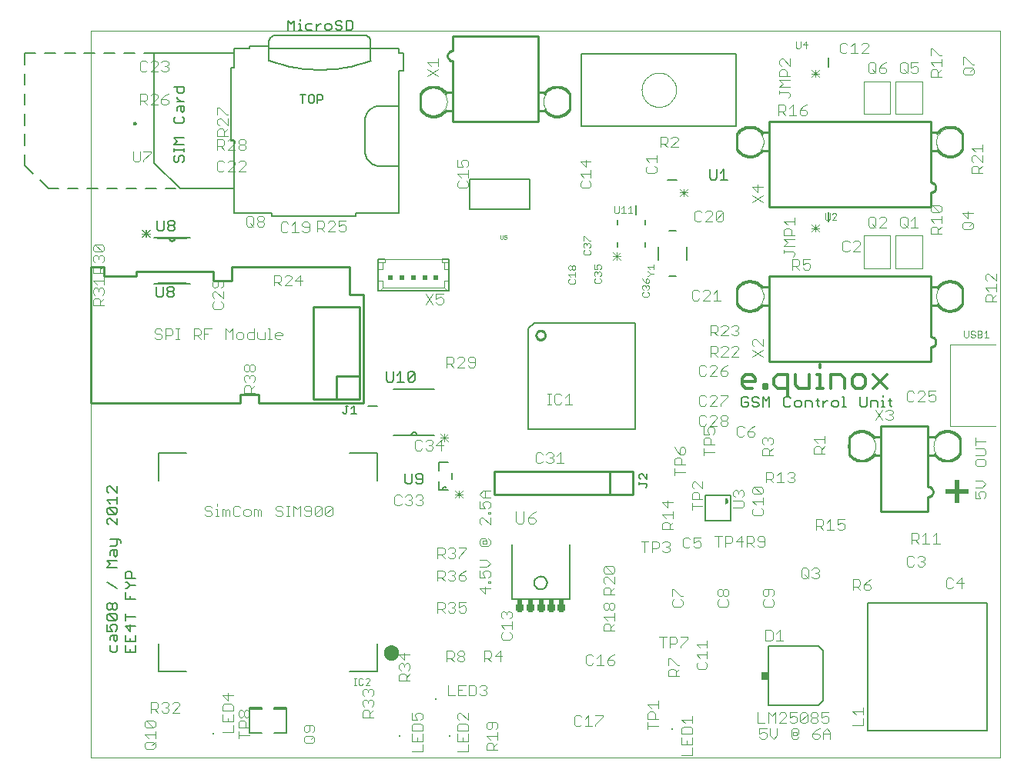
<source format=gto>
G75*
G70*
%OFA0B0*%
%FSLAX24Y24*%
%IPPOS*%
%LPD*%
%AMOC8*
5,1,8,0,0,1.08239X$1,22.5*
%
%ADD10C,0.0000*%
%ADD11C,0.0100*%
%ADD12C,0.0040*%
%ADD13R,0.0984X0.0197*%
%ADD14R,0.0197X0.0984*%
%ADD15C,0.0120*%
%ADD16C,0.0060*%
%ADD17C,0.0050*%
%ADD18C,0.0030*%
%ADD19C,0.0080*%
%ADD20C,0.0320*%
%ADD21R,0.0079X0.0079*%
%ADD22C,0.0010*%
%ADD23R,0.0300X0.0340*%
%ADD24R,0.0354X0.0315*%
%ADD25R,0.0236X0.0591*%
%ADD26C,0.0043*%
%ADD27C,0.0070*%
%ADD28C,0.0020*%
%ADD29R,0.0197X0.0246*%
D10*
X002964Y004456D02*
X002964Y035952D01*
X042334Y035952D01*
X042334Y004456D01*
X002964Y004456D01*
X030916Y024452D02*
X030918Y024500D01*
X030924Y024548D01*
X030934Y024595D01*
X030947Y024641D01*
X030965Y024686D01*
X030985Y024730D01*
X031010Y024772D01*
X031038Y024811D01*
X031068Y024848D01*
X031102Y024882D01*
X031139Y024914D01*
X031177Y024943D01*
X031218Y024968D01*
X031261Y024990D01*
X031306Y025008D01*
X031352Y025022D01*
X031399Y025033D01*
X031447Y025040D01*
X031495Y025043D01*
X031543Y025042D01*
X031591Y025037D01*
X031639Y025028D01*
X031685Y025016D01*
X031730Y024999D01*
X031774Y024979D01*
X031816Y024956D01*
X031856Y024929D01*
X031894Y024899D01*
X031929Y024866D01*
X031961Y024830D01*
X031991Y024792D01*
X032017Y024751D01*
X032039Y024708D01*
X032059Y024664D01*
X032074Y024619D01*
X032086Y024572D01*
X032094Y024524D01*
X032098Y024476D01*
X032098Y024428D01*
X032094Y024380D01*
X032086Y024332D01*
X032074Y024285D01*
X032059Y024240D01*
X032039Y024196D01*
X032017Y024153D01*
X031991Y024112D01*
X031961Y024074D01*
X031929Y024038D01*
X031894Y024005D01*
X031856Y023975D01*
X031816Y023948D01*
X031774Y023925D01*
X031730Y023905D01*
X031685Y023888D01*
X031639Y023876D01*
X031591Y023867D01*
X031543Y023862D01*
X031495Y023861D01*
X031447Y023864D01*
X031399Y023871D01*
X031352Y023882D01*
X031306Y023896D01*
X031261Y023914D01*
X031218Y023936D01*
X031177Y023961D01*
X031139Y023990D01*
X031102Y024022D01*
X031068Y024056D01*
X031038Y024093D01*
X031010Y024132D01*
X030985Y024174D01*
X030965Y024218D01*
X030947Y024263D01*
X030934Y024309D01*
X030924Y024356D01*
X030918Y024404D01*
X030916Y024452D01*
X030916Y031145D02*
X030918Y031193D01*
X030924Y031241D01*
X030934Y031288D01*
X030947Y031334D01*
X030965Y031379D01*
X030985Y031423D01*
X031010Y031465D01*
X031038Y031504D01*
X031068Y031541D01*
X031102Y031575D01*
X031139Y031607D01*
X031177Y031636D01*
X031218Y031661D01*
X031261Y031683D01*
X031306Y031701D01*
X031352Y031715D01*
X031399Y031726D01*
X031447Y031733D01*
X031495Y031736D01*
X031543Y031735D01*
X031591Y031730D01*
X031639Y031721D01*
X031685Y031709D01*
X031730Y031692D01*
X031774Y031672D01*
X031816Y031649D01*
X031856Y031622D01*
X031894Y031592D01*
X031929Y031559D01*
X031961Y031523D01*
X031991Y031485D01*
X032017Y031444D01*
X032039Y031401D01*
X032059Y031357D01*
X032074Y031312D01*
X032086Y031265D01*
X032094Y031217D01*
X032098Y031169D01*
X032098Y031121D01*
X032094Y031073D01*
X032086Y031025D01*
X032074Y030978D01*
X032059Y030933D01*
X032039Y030889D01*
X032017Y030846D01*
X031991Y030805D01*
X031961Y030767D01*
X031929Y030731D01*
X031894Y030698D01*
X031856Y030668D01*
X031816Y030641D01*
X031774Y030618D01*
X031730Y030598D01*
X031685Y030581D01*
X031639Y030569D01*
X031591Y030560D01*
X031543Y030555D01*
X031495Y030554D01*
X031447Y030557D01*
X031399Y030564D01*
X031352Y030575D01*
X031306Y030589D01*
X031261Y030607D01*
X031218Y030629D01*
X031177Y030654D01*
X031139Y030683D01*
X031102Y030715D01*
X031068Y030749D01*
X031038Y030786D01*
X031010Y030825D01*
X030985Y030867D01*
X030965Y030911D01*
X030947Y030956D01*
X030934Y031002D01*
X030924Y031049D01*
X030918Y031097D01*
X030916Y031145D01*
X026826Y033393D02*
X026828Y033447D01*
X026834Y033501D01*
X026844Y033555D01*
X026858Y033607D01*
X026875Y033659D01*
X026896Y033709D01*
X026921Y033757D01*
X026950Y033804D01*
X026981Y033848D01*
X027016Y033889D01*
X027054Y033929D01*
X027094Y033965D01*
X027137Y033998D01*
X027182Y034028D01*
X027230Y034055D01*
X027279Y034078D01*
X027330Y034097D01*
X027382Y034113D01*
X027435Y034125D01*
X027489Y034133D01*
X027543Y034137D01*
X027597Y034137D01*
X027651Y034133D01*
X027705Y034125D01*
X027758Y034113D01*
X027810Y034097D01*
X027861Y034078D01*
X027910Y034055D01*
X027958Y034028D01*
X028003Y033998D01*
X028046Y033965D01*
X028086Y033929D01*
X028124Y033889D01*
X028159Y033848D01*
X028190Y033804D01*
X028219Y033757D01*
X028244Y033709D01*
X028265Y033659D01*
X028282Y033607D01*
X028296Y033555D01*
X028306Y033501D01*
X028312Y033447D01*
X028314Y033393D01*
X028312Y033339D01*
X028306Y033285D01*
X028296Y033231D01*
X028282Y033179D01*
X028265Y033127D01*
X028244Y033077D01*
X028219Y033029D01*
X028190Y032982D01*
X028159Y032938D01*
X028124Y032897D01*
X028086Y032857D01*
X028046Y032821D01*
X028003Y032788D01*
X027958Y032758D01*
X027910Y032731D01*
X027861Y032708D01*
X027810Y032689D01*
X027758Y032673D01*
X027705Y032661D01*
X027651Y032653D01*
X027597Y032649D01*
X027543Y032649D01*
X027489Y032653D01*
X027435Y032661D01*
X027382Y032673D01*
X027330Y032689D01*
X027279Y032708D01*
X027230Y032731D01*
X027182Y032758D01*
X027137Y032788D01*
X027094Y032821D01*
X027054Y032857D01*
X027016Y032897D01*
X026981Y032938D01*
X026950Y032982D01*
X026921Y033029D01*
X026896Y033077D01*
X026875Y033127D01*
X026858Y033179D01*
X026844Y033231D01*
X026834Y033285D01*
X026828Y033339D01*
X026826Y033393D01*
X022569Y032885D02*
X022571Y032933D01*
X022577Y032981D01*
X022587Y033028D01*
X022600Y033074D01*
X022618Y033119D01*
X022638Y033163D01*
X022663Y033205D01*
X022691Y033244D01*
X022721Y033281D01*
X022755Y033315D01*
X022792Y033347D01*
X022830Y033376D01*
X022871Y033401D01*
X022914Y033423D01*
X022959Y033441D01*
X023005Y033455D01*
X023052Y033466D01*
X023100Y033473D01*
X023148Y033476D01*
X023196Y033475D01*
X023244Y033470D01*
X023292Y033461D01*
X023338Y033449D01*
X023383Y033432D01*
X023427Y033412D01*
X023469Y033389D01*
X023509Y033362D01*
X023547Y033332D01*
X023582Y033299D01*
X023614Y033263D01*
X023644Y033225D01*
X023670Y033184D01*
X023692Y033141D01*
X023712Y033097D01*
X023727Y033052D01*
X023739Y033005D01*
X023747Y032957D01*
X023751Y032909D01*
X023751Y032861D01*
X023747Y032813D01*
X023739Y032765D01*
X023727Y032718D01*
X023712Y032673D01*
X023692Y032629D01*
X023670Y032586D01*
X023644Y032545D01*
X023614Y032507D01*
X023582Y032471D01*
X023547Y032438D01*
X023509Y032408D01*
X023469Y032381D01*
X023427Y032358D01*
X023383Y032338D01*
X023338Y032321D01*
X023292Y032309D01*
X023244Y032300D01*
X023196Y032295D01*
X023148Y032294D01*
X023100Y032297D01*
X023052Y032304D01*
X023005Y032315D01*
X022959Y032329D01*
X022914Y032347D01*
X022871Y032369D01*
X022830Y032394D01*
X022792Y032423D01*
X022755Y032455D01*
X022721Y032489D01*
X022691Y032526D01*
X022663Y032565D01*
X022638Y032607D01*
X022618Y032651D01*
X022600Y032696D01*
X022587Y032742D01*
X022577Y032789D01*
X022571Y032837D01*
X022569Y032885D01*
X017215Y032885D02*
X017217Y032933D01*
X017223Y032981D01*
X017233Y033028D01*
X017246Y033074D01*
X017264Y033119D01*
X017284Y033163D01*
X017309Y033205D01*
X017337Y033244D01*
X017367Y033281D01*
X017401Y033315D01*
X017438Y033347D01*
X017476Y033376D01*
X017517Y033401D01*
X017560Y033423D01*
X017605Y033441D01*
X017651Y033455D01*
X017698Y033466D01*
X017746Y033473D01*
X017794Y033476D01*
X017842Y033475D01*
X017890Y033470D01*
X017938Y033461D01*
X017984Y033449D01*
X018029Y033432D01*
X018073Y033412D01*
X018115Y033389D01*
X018155Y033362D01*
X018193Y033332D01*
X018228Y033299D01*
X018260Y033263D01*
X018290Y033225D01*
X018316Y033184D01*
X018338Y033141D01*
X018358Y033097D01*
X018373Y033052D01*
X018385Y033005D01*
X018393Y032957D01*
X018397Y032909D01*
X018397Y032861D01*
X018393Y032813D01*
X018385Y032765D01*
X018373Y032718D01*
X018358Y032673D01*
X018338Y032629D01*
X018316Y032586D01*
X018290Y032545D01*
X018260Y032507D01*
X018228Y032471D01*
X018193Y032438D01*
X018155Y032408D01*
X018115Y032381D01*
X018073Y032358D01*
X018029Y032338D01*
X017984Y032321D01*
X017938Y032309D01*
X017890Y032300D01*
X017842Y032295D01*
X017794Y032294D01*
X017746Y032297D01*
X017698Y032304D01*
X017651Y032315D01*
X017605Y032329D01*
X017560Y032347D01*
X017517Y032369D01*
X017476Y032394D01*
X017438Y032423D01*
X017401Y032455D01*
X017367Y032489D01*
X017337Y032526D01*
X017309Y032565D01*
X017284Y032607D01*
X017264Y032651D01*
X017246Y032696D01*
X017233Y032742D01*
X017223Y032789D01*
X017217Y032837D01*
X017215Y032885D01*
X035758Y017956D02*
X035760Y018004D01*
X035766Y018052D01*
X035776Y018099D01*
X035789Y018145D01*
X035807Y018190D01*
X035827Y018234D01*
X035852Y018276D01*
X035880Y018315D01*
X035910Y018352D01*
X035944Y018386D01*
X035981Y018418D01*
X036019Y018447D01*
X036060Y018472D01*
X036103Y018494D01*
X036148Y018512D01*
X036194Y018526D01*
X036241Y018537D01*
X036289Y018544D01*
X036337Y018547D01*
X036385Y018546D01*
X036433Y018541D01*
X036481Y018532D01*
X036527Y018520D01*
X036572Y018503D01*
X036616Y018483D01*
X036658Y018460D01*
X036698Y018433D01*
X036736Y018403D01*
X036771Y018370D01*
X036803Y018334D01*
X036833Y018296D01*
X036859Y018255D01*
X036881Y018212D01*
X036901Y018168D01*
X036916Y018123D01*
X036928Y018076D01*
X036936Y018028D01*
X036940Y017980D01*
X036940Y017932D01*
X036936Y017884D01*
X036928Y017836D01*
X036916Y017789D01*
X036901Y017744D01*
X036881Y017700D01*
X036859Y017657D01*
X036833Y017616D01*
X036803Y017578D01*
X036771Y017542D01*
X036736Y017509D01*
X036698Y017479D01*
X036658Y017452D01*
X036616Y017429D01*
X036572Y017409D01*
X036527Y017392D01*
X036481Y017380D01*
X036433Y017371D01*
X036385Y017366D01*
X036337Y017365D01*
X036289Y017368D01*
X036241Y017375D01*
X036194Y017386D01*
X036148Y017400D01*
X036103Y017418D01*
X036060Y017440D01*
X036019Y017465D01*
X035981Y017494D01*
X035944Y017526D01*
X035910Y017560D01*
X035880Y017597D01*
X035852Y017636D01*
X035827Y017678D01*
X035807Y017722D01*
X035789Y017767D01*
X035776Y017813D01*
X035766Y017860D01*
X035760Y017908D01*
X035758Y017956D01*
X039459Y017956D02*
X039461Y018004D01*
X039467Y018052D01*
X039477Y018099D01*
X039490Y018145D01*
X039508Y018190D01*
X039528Y018234D01*
X039553Y018276D01*
X039581Y018315D01*
X039611Y018352D01*
X039645Y018386D01*
X039682Y018418D01*
X039720Y018447D01*
X039761Y018472D01*
X039804Y018494D01*
X039849Y018512D01*
X039895Y018526D01*
X039942Y018537D01*
X039990Y018544D01*
X040038Y018547D01*
X040086Y018546D01*
X040134Y018541D01*
X040182Y018532D01*
X040228Y018520D01*
X040273Y018503D01*
X040317Y018483D01*
X040359Y018460D01*
X040399Y018433D01*
X040437Y018403D01*
X040472Y018370D01*
X040504Y018334D01*
X040534Y018296D01*
X040560Y018255D01*
X040582Y018212D01*
X040602Y018168D01*
X040617Y018123D01*
X040629Y018076D01*
X040637Y018028D01*
X040641Y017980D01*
X040641Y017932D01*
X040637Y017884D01*
X040629Y017836D01*
X040617Y017789D01*
X040602Y017744D01*
X040582Y017700D01*
X040560Y017657D01*
X040534Y017616D01*
X040504Y017578D01*
X040472Y017542D01*
X040437Y017509D01*
X040399Y017479D01*
X040359Y017452D01*
X040317Y017429D01*
X040273Y017409D01*
X040228Y017392D01*
X040182Y017380D01*
X040134Y017371D01*
X040086Y017366D01*
X040038Y017365D01*
X039990Y017368D01*
X039942Y017375D01*
X039895Y017386D01*
X039849Y017400D01*
X039804Y017418D01*
X039761Y017440D01*
X039720Y017465D01*
X039682Y017494D01*
X039645Y017526D01*
X039611Y017560D01*
X039581Y017597D01*
X039553Y017636D01*
X039528Y017678D01*
X039508Y017722D01*
X039490Y017767D01*
X039477Y017813D01*
X039467Y017860D01*
X039461Y017908D01*
X039459Y017956D01*
X039577Y024452D02*
X039579Y024500D01*
X039585Y024548D01*
X039595Y024595D01*
X039608Y024641D01*
X039626Y024686D01*
X039646Y024730D01*
X039671Y024772D01*
X039699Y024811D01*
X039729Y024848D01*
X039763Y024882D01*
X039800Y024914D01*
X039838Y024943D01*
X039879Y024968D01*
X039922Y024990D01*
X039967Y025008D01*
X040013Y025022D01*
X040060Y025033D01*
X040108Y025040D01*
X040156Y025043D01*
X040204Y025042D01*
X040252Y025037D01*
X040300Y025028D01*
X040346Y025016D01*
X040391Y024999D01*
X040435Y024979D01*
X040477Y024956D01*
X040517Y024929D01*
X040555Y024899D01*
X040590Y024866D01*
X040622Y024830D01*
X040652Y024792D01*
X040678Y024751D01*
X040700Y024708D01*
X040720Y024664D01*
X040735Y024619D01*
X040747Y024572D01*
X040755Y024524D01*
X040759Y024476D01*
X040759Y024428D01*
X040755Y024380D01*
X040747Y024332D01*
X040735Y024285D01*
X040720Y024240D01*
X040700Y024196D01*
X040678Y024153D01*
X040652Y024112D01*
X040622Y024074D01*
X040590Y024038D01*
X040555Y024005D01*
X040517Y023975D01*
X040477Y023948D01*
X040435Y023925D01*
X040391Y023905D01*
X040346Y023888D01*
X040300Y023876D01*
X040252Y023867D01*
X040204Y023862D01*
X040156Y023861D01*
X040108Y023864D01*
X040060Y023871D01*
X040013Y023882D01*
X039967Y023896D01*
X039922Y023914D01*
X039879Y023936D01*
X039838Y023961D01*
X039800Y023990D01*
X039763Y024022D01*
X039729Y024056D01*
X039699Y024093D01*
X039671Y024132D01*
X039646Y024174D01*
X039626Y024218D01*
X039608Y024263D01*
X039595Y024309D01*
X039585Y024356D01*
X039579Y024404D01*
X039577Y024452D01*
X039577Y031145D02*
X039579Y031193D01*
X039585Y031241D01*
X039595Y031288D01*
X039608Y031334D01*
X039626Y031379D01*
X039646Y031423D01*
X039671Y031465D01*
X039699Y031504D01*
X039729Y031541D01*
X039763Y031575D01*
X039800Y031607D01*
X039838Y031636D01*
X039879Y031661D01*
X039922Y031683D01*
X039967Y031701D01*
X040013Y031715D01*
X040060Y031726D01*
X040108Y031733D01*
X040156Y031736D01*
X040204Y031735D01*
X040252Y031730D01*
X040300Y031721D01*
X040346Y031709D01*
X040391Y031692D01*
X040435Y031672D01*
X040477Y031649D01*
X040517Y031622D01*
X040555Y031592D01*
X040590Y031559D01*
X040622Y031523D01*
X040652Y031485D01*
X040678Y031444D01*
X040700Y031401D01*
X040720Y031357D01*
X040735Y031312D01*
X040747Y031265D01*
X040755Y031217D01*
X040759Y031169D01*
X040759Y031121D01*
X040755Y031073D01*
X040747Y031025D01*
X040735Y030978D01*
X040720Y030933D01*
X040700Y030889D01*
X040678Y030846D01*
X040652Y030805D01*
X040622Y030767D01*
X040590Y030731D01*
X040555Y030698D01*
X040517Y030668D01*
X040477Y030641D01*
X040435Y030618D01*
X040391Y030598D01*
X040346Y030581D01*
X040300Y030569D01*
X040252Y030560D01*
X040204Y030555D01*
X040156Y030554D01*
X040108Y030557D01*
X040060Y030564D01*
X040013Y030575D01*
X039967Y030589D01*
X039922Y030607D01*
X039879Y030629D01*
X039838Y030654D01*
X039800Y030683D01*
X039763Y030715D01*
X039729Y030749D01*
X039699Y030786D01*
X039671Y030825D01*
X039646Y030867D01*
X039626Y030911D01*
X039608Y030956D01*
X039595Y031002D01*
X039585Y031049D01*
X039579Y031097D01*
X039577Y031145D01*
D11*
X039656Y030756D02*
X039381Y030756D01*
X039617Y031503D02*
X039646Y031544D01*
X039678Y031583D01*
X039713Y031620D01*
X039750Y031653D01*
X039790Y031684D01*
X039832Y031711D01*
X039876Y031736D01*
X039922Y031756D01*
X039970Y031773D01*
X040018Y031787D01*
X040068Y031796D01*
X040118Y031802D01*
X040168Y031804D01*
X040218Y031802D01*
X040268Y031796D01*
X040318Y031787D01*
X040366Y031773D01*
X040414Y031756D01*
X040460Y031736D01*
X040504Y031711D01*
X040546Y031684D01*
X040586Y031653D01*
X040623Y031620D01*
X040658Y031583D01*
X040690Y031544D01*
X040719Y031503D01*
X040719Y031504D02*
X040719Y030795D01*
X040690Y030754D01*
X040658Y030715D01*
X040623Y030678D01*
X040586Y030645D01*
X040546Y030614D01*
X040504Y030587D01*
X040460Y030562D01*
X040414Y030542D01*
X040366Y030525D01*
X040318Y030511D01*
X040268Y030502D01*
X040218Y030496D01*
X040168Y030494D01*
X040118Y030496D01*
X040068Y030502D01*
X040018Y030511D01*
X039970Y030525D01*
X039922Y030542D01*
X039876Y030562D01*
X039832Y030587D01*
X039790Y030614D01*
X039750Y030645D01*
X039713Y030678D01*
X039678Y030715D01*
X039646Y030754D01*
X039617Y030795D01*
X039656Y031543D02*
X039381Y031543D01*
X039342Y032015D02*
X039342Y029378D01*
X039370Y029376D01*
X039398Y029371D01*
X039425Y029361D01*
X039451Y029349D01*
X039474Y029333D01*
X039495Y029314D01*
X039514Y029293D01*
X039530Y029269D01*
X039542Y029244D01*
X039552Y029217D01*
X039557Y029189D01*
X039559Y029161D01*
X039557Y029133D01*
X039552Y029105D01*
X039542Y029078D01*
X039530Y029052D01*
X039514Y029029D01*
X039495Y029008D01*
X039474Y028989D01*
X039450Y028973D01*
X039425Y028961D01*
X039398Y028951D01*
X039370Y028946D01*
X039342Y028944D01*
X039342Y028315D01*
X032334Y028315D01*
X032334Y032015D01*
X039342Y032015D01*
X032294Y031543D02*
X032019Y031543D01*
X032058Y030795D02*
X032029Y030754D01*
X031997Y030715D01*
X031962Y030678D01*
X031925Y030645D01*
X031885Y030614D01*
X031843Y030587D01*
X031799Y030562D01*
X031753Y030542D01*
X031705Y030525D01*
X031657Y030511D01*
X031607Y030502D01*
X031557Y030496D01*
X031507Y030494D01*
X031457Y030496D01*
X031407Y030502D01*
X031357Y030511D01*
X031309Y030525D01*
X031261Y030542D01*
X031215Y030562D01*
X031171Y030587D01*
X031129Y030614D01*
X031089Y030645D01*
X031052Y030678D01*
X031017Y030715D01*
X030985Y030754D01*
X030956Y030795D01*
X030956Y031504D01*
X030956Y031503D02*
X030985Y031544D01*
X031017Y031583D01*
X031052Y031620D01*
X031089Y031653D01*
X031129Y031684D01*
X031171Y031711D01*
X031215Y031736D01*
X031261Y031756D01*
X031309Y031773D01*
X031357Y031787D01*
X031407Y031796D01*
X031457Y031802D01*
X031507Y031804D01*
X031557Y031802D01*
X031607Y031796D01*
X031657Y031787D01*
X031705Y031773D01*
X031753Y031756D01*
X031799Y031736D01*
X031843Y031711D01*
X031885Y031684D01*
X031925Y031653D01*
X031962Y031620D01*
X031997Y031583D01*
X032029Y031544D01*
X032058Y031503D01*
X032019Y030756D02*
X032294Y030756D01*
X032334Y025322D02*
X032334Y021622D01*
X039342Y021622D01*
X039342Y022252D01*
X039342Y022251D02*
X039370Y022253D01*
X039398Y022258D01*
X039425Y022268D01*
X039450Y022280D01*
X039474Y022296D01*
X039495Y022315D01*
X039514Y022336D01*
X039530Y022359D01*
X039542Y022385D01*
X039552Y022412D01*
X039557Y022440D01*
X039559Y022468D01*
X039557Y022496D01*
X039552Y022524D01*
X039542Y022551D01*
X039530Y022576D01*
X039514Y022600D01*
X039495Y022621D01*
X039474Y022640D01*
X039451Y022656D01*
X039425Y022668D01*
X039398Y022678D01*
X039370Y022683D01*
X039342Y022685D01*
X039342Y025322D01*
X032334Y025322D01*
X032294Y024850D02*
X032019Y024850D01*
X032058Y024102D02*
X032029Y024061D01*
X031997Y024022D01*
X031962Y023985D01*
X031925Y023952D01*
X031885Y023921D01*
X031843Y023894D01*
X031799Y023869D01*
X031753Y023849D01*
X031705Y023832D01*
X031657Y023818D01*
X031607Y023809D01*
X031557Y023803D01*
X031507Y023801D01*
X031457Y023803D01*
X031407Y023809D01*
X031357Y023818D01*
X031309Y023832D01*
X031261Y023849D01*
X031215Y023869D01*
X031171Y023894D01*
X031129Y023921D01*
X031089Y023952D01*
X031052Y023985D01*
X031017Y024022D01*
X030985Y024061D01*
X030956Y024102D01*
X030956Y024811D01*
X030956Y024810D02*
X030985Y024851D01*
X031017Y024890D01*
X031052Y024927D01*
X031089Y024960D01*
X031129Y024991D01*
X031171Y025018D01*
X031215Y025043D01*
X031261Y025063D01*
X031309Y025080D01*
X031357Y025094D01*
X031407Y025103D01*
X031457Y025109D01*
X031507Y025111D01*
X031557Y025109D01*
X031607Y025103D01*
X031657Y025094D01*
X031705Y025080D01*
X031753Y025063D01*
X031799Y025043D01*
X031843Y025018D01*
X031885Y024991D01*
X031925Y024960D01*
X031962Y024927D01*
X031997Y024890D01*
X032029Y024851D01*
X032058Y024810D01*
X032019Y024063D02*
X032294Y024063D01*
X037176Y018826D02*
X037176Y015126D01*
X039223Y015126D01*
X039223Y015756D01*
X039223Y015755D02*
X039251Y015757D01*
X039279Y015762D01*
X039306Y015772D01*
X039331Y015784D01*
X039355Y015800D01*
X039376Y015819D01*
X039395Y015840D01*
X039411Y015863D01*
X039423Y015889D01*
X039433Y015916D01*
X039438Y015944D01*
X039440Y015972D01*
X039438Y016000D01*
X039433Y016028D01*
X039423Y016055D01*
X039411Y016080D01*
X039395Y016104D01*
X039376Y016125D01*
X039355Y016144D01*
X039332Y016160D01*
X039306Y016172D01*
X039279Y016182D01*
X039251Y016187D01*
X039223Y016189D01*
X039223Y018826D01*
X037176Y018826D01*
X037137Y018354D02*
X036861Y018354D01*
X036900Y017606D02*
X036871Y017565D01*
X036839Y017526D01*
X036804Y017489D01*
X036767Y017456D01*
X036727Y017425D01*
X036685Y017398D01*
X036641Y017373D01*
X036595Y017353D01*
X036547Y017336D01*
X036499Y017322D01*
X036449Y017313D01*
X036399Y017307D01*
X036349Y017305D01*
X036299Y017307D01*
X036249Y017313D01*
X036199Y017322D01*
X036151Y017336D01*
X036103Y017353D01*
X036057Y017373D01*
X036013Y017398D01*
X035971Y017425D01*
X035931Y017456D01*
X035894Y017489D01*
X035859Y017526D01*
X035827Y017565D01*
X035798Y017606D01*
X035798Y018315D01*
X035798Y018314D02*
X035827Y018355D01*
X035859Y018394D01*
X035894Y018431D01*
X035931Y018464D01*
X035971Y018495D01*
X036013Y018522D01*
X036057Y018547D01*
X036103Y018567D01*
X036151Y018584D01*
X036199Y018598D01*
X036249Y018607D01*
X036299Y018613D01*
X036349Y018615D01*
X036399Y018613D01*
X036449Y018607D01*
X036499Y018598D01*
X036547Y018584D01*
X036595Y018567D01*
X036641Y018547D01*
X036685Y018522D01*
X036727Y018495D01*
X036767Y018464D01*
X036804Y018431D01*
X036839Y018394D01*
X036871Y018355D01*
X036900Y018314D01*
X036861Y017567D02*
X037137Y017567D01*
X039263Y017567D02*
X039538Y017567D01*
X039499Y018314D02*
X039528Y018355D01*
X039560Y018394D01*
X039595Y018431D01*
X039632Y018464D01*
X039672Y018495D01*
X039714Y018522D01*
X039758Y018547D01*
X039804Y018567D01*
X039852Y018584D01*
X039900Y018598D01*
X039950Y018607D01*
X040000Y018613D01*
X040050Y018615D01*
X040100Y018613D01*
X040150Y018607D01*
X040200Y018598D01*
X040248Y018584D01*
X040296Y018567D01*
X040342Y018547D01*
X040386Y018522D01*
X040428Y018495D01*
X040468Y018464D01*
X040505Y018431D01*
X040540Y018394D01*
X040572Y018355D01*
X040601Y018314D01*
X040601Y018315D02*
X040601Y017606D01*
X040572Y017565D01*
X040540Y017526D01*
X040505Y017489D01*
X040468Y017456D01*
X040428Y017425D01*
X040386Y017398D01*
X040342Y017373D01*
X040296Y017353D01*
X040248Y017336D01*
X040200Y017322D01*
X040150Y017313D01*
X040100Y017307D01*
X040050Y017305D01*
X040000Y017307D01*
X039950Y017313D01*
X039900Y017322D01*
X039852Y017336D01*
X039804Y017353D01*
X039758Y017373D01*
X039714Y017398D01*
X039672Y017425D01*
X039632Y017456D01*
X039595Y017489D01*
X039560Y017526D01*
X039528Y017565D01*
X039499Y017606D01*
X039538Y018354D02*
X039263Y018354D01*
X039381Y024063D02*
X039656Y024063D01*
X039617Y024810D02*
X039646Y024851D01*
X039678Y024890D01*
X039713Y024927D01*
X039750Y024960D01*
X039790Y024991D01*
X039832Y025018D01*
X039876Y025043D01*
X039922Y025063D01*
X039970Y025080D01*
X040018Y025094D01*
X040068Y025103D01*
X040118Y025109D01*
X040168Y025111D01*
X040218Y025109D01*
X040268Y025103D01*
X040318Y025094D01*
X040366Y025080D01*
X040414Y025063D01*
X040460Y025043D01*
X040504Y025018D01*
X040546Y024991D01*
X040586Y024960D01*
X040623Y024927D01*
X040658Y024890D01*
X040690Y024851D01*
X040719Y024810D01*
X040719Y024811D02*
X040719Y024102D01*
X040690Y024061D01*
X040658Y024022D01*
X040623Y023985D01*
X040586Y023952D01*
X040546Y023921D01*
X040504Y023894D01*
X040460Y023869D01*
X040414Y023849D01*
X040366Y023832D01*
X040318Y023818D01*
X040268Y023809D01*
X040218Y023803D01*
X040168Y023801D01*
X040118Y023803D01*
X040068Y023809D01*
X040018Y023818D01*
X039970Y023832D01*
X039922Y023849D01*
X039876Y023869D01*
X039832Y023894D01*
X039790Y023921D01*
X039750Y023952D01*
X039713Y023985D01*
X039678Y024022D01*
X039646Y024061D01*
X039617Y024102D01*
X039656Y024850D02*
X039381Y024850D01*
X026436Y016866D02*
X026436Y015866D01*
X025436Y015866D01*
X025436Y016866D01*
X020436Y016866D01*
X020436Y015866D01*
X025436Y015866D01*
X025436Y016866D02*
X026436Y016866D01*
X022255Y022763D02*
X022257Y022790D01*
X022263Y022817D01*
X022272Y022843D01*
X022285Y022867D01*
X022301Y022890D01*
X022320Y022909D01*
X022342Y022926D01*
X022366Y022940D01*
X022391Y022950D01*
X022418Y022957D01*
X022445Y022960D01*
X022473Y022959D01*
X022500Y022954D01*
X022526Y022946D01*
X022550Y022934D01*
X022573Y022918D01*
X022594Y022900D01*
X022611Y022879D01*
X022626Y022855D01*
X022637Y022830D01*
X022645Y022804D01*
X022649Y022777D01*
X022649Y022749D01*
X022645Y022722D01*
X022637Y022696D01*
X022626Y022671D01*
X022611Y022647D01*
X022594Y022626D01*
X022573Y022608D01*
X022551Y022592D01*
X022526Y022580D01*
X022500Y022572D01*
X022473Y022567D01*
X022445Y022566D01*
X022418Y022569D01*
X022391Y022576D01*
X022366Y022586D01*
X022342Y022600D01*
X022320Y022617D01*
X022301Y022636D01*
X022285Y022659D01*
X022272Y022683D01*
X022263Y022709D01*
X022257Y022736D01*
X022255Y022763D01*
X014775Y024535D02*
X014775Y019811D01*
X010247Y019811D01*
X010247Y020204D01*
X009460Y020204D01*
X009460Y019811D01*
X002964Y019811D01*
X002964Y025716D01*
X003554Y025716D01*
X003554Y025322D01*
X004932Y025322D01*
X004932Y025519D01*
X008279Y025519D01*
X008279Y025126D01*
X009066Y025126D01*
X009066Y025716D01*
X014184Y025716D01*
X014184Y024535D01*
X014775Y024535D01*
X014594Y023976D02*
X012594Y023976D01*
X012594Y019976D01*
X013594Y019976D01*
X013594Y020976D01*
X014594Y020976D01*
X014594Y023976D01*
X014594Y020976D02*
X014594Y019976D01*
X013594Y019976D01*
X018633Y032015D02*
X018633Y034653D01*
X018605Y034655D01*
X018577Y034660D01*
X018550Y034670D01*
X018524Y034682D01*
X018501Y034698D01*
X018480Y034717D01*
X018461Y034738D01*
X018445Y034762D01*
X018433Y034787D01*
X018423Y034814D01*
X018418Y034842D01*
X018416Y034870D01*
X018418Y034898D01*
X018423Y034926D01*
X018433Y034953D01*
X018445Y034979D01*
X018461Y035002D01*
X018480Y035023D01*
X018501Y035042D01*
X018524Y035058D01*
X018550Y035070D01*
X018577Y035080D01*
X018605Y035085D01*
X018633Y035087D01*
X018633Y035086D02*
X018633Y035716D01*
X022334Y035716D01*
X022334Y032015D01*
X018633Y032015D01*
X018594Y032488D02*
X018318Y032488D01*
X018357Y033235D02*
X018328Y033276D01*
X018296Y033315D01*
X018261Y033352D01*
X018224Y033385D01*
X018184Y033416D01*
X018142Y033443D01*
X018098Y033468D01*
X018052Y033488D01*
X018004Y033505D01*
X017956Y033519D01*
X017906Y033528D01*
X017856Y033534D01*
X017806Y033536D01*
X017756Y033534D01*
X017706Y033528D01*
X017656Y033519D01*
X017608Y033505D01*
X017560Y033488D01*
X017514Y033468D01*
X017470Y033443D01*
X017428Y033416D01*
X017388Y033385D01*
X017351Y033352D01*
X017316Y033315D01*
X017284Y033276D01*
X017255Y033235D01*
X017255Y033236D02*
X017255Y032527D01*
X017284Y032486D01*
X017316Y032447D01*
X017351Y032410D01*
X017388Y032377D01*
X017428Y032346D01*
X017470Y032319D01*
X017514Y032294D01*
X017560Y032274D01*
X017608Y032257D01*
X017656Y032243D01*
X017706Y032234D01*
X017756Y032228D01*
X017806Y032226D01*
X017856Y032228D01*
X017906Y032234D01*
X017956Y032243D01*
X018004Y032257D01*
X018052Y032274D01*
X018098Y032294D01*
X018142Y032319D01*
X018184Y032346D01*
X018224Y032377D01*
X018261Y032410D01*
X018296Y032447D01*
X018328Y032486D01*
X018357Y032527D01*
X018318Y033275D02*
X018594Y033275D01*
X022373Y033275D02*
X022649Y033275D01*
X022609Y033235D02*
X022638Y033276D01*
X022670Y033315D01*
X022705Y033352D01*
X022742Y033385D01*
X022782Y033416D01*
X022824Y033443D01*
X022868Y033468D01*
X022914Y033488D01*
X022962Y033505D01*
X023010Y033519D01*
X023060Y033528D01*
X023110Y033534D01*
X023160Y033536D01*
X023210Y033534D01*
X023260Y033528D01*
X023310Y033519D01*
X023358Y033505D01*
X023406Y033488D01*
X023452Y033468D01*
X023496Y033443D01*
X023538Y033416D01*
X023578Y033385D01*
X023615Y033352D01*
X023650Y033315D01*
X023682Y033276D01*
X023711Y033235D01*
X023712Y033236D02*
X023712Y032527D01*
X023711Y032527D02*
X023682Y032486D01*
X023650Y032447D01*
X023615Y032410D01*
X023578Y032377D01*
X023538Y032346D01*
X023496Y032319D01*
X023452Y032294D01*
X023406Y032274D01*
X023358Y032257D01*
X023310Y032243D01*
X023260Y032234D01*
X023210Y032228D01*
X023160Y032226D01*
X023110Y032228D01*
X023060Y032234D01*
X023010Y032243D01*
X022962Y032257D01*
X022914Y032274D01*
X022868Y032294D01*
X022824Y032319D01*
X022782Y032346D01*
X022742Y032377D01*
X022705Y032410D01*
X022670Y032447D01*
X022638Y032486D01*
X022609Y032527D01*
X022649Y032488D02*
X022373Y032488D01*
D12*
X024394Y030366D02*
X024394Y030059D01*
X024164Y030289D01*
X024625Y030289D01*
X024625Y029906D02*
X024625Y029599D01*
X024625Y029752D02*
X024164Y029752D01*
X024318Y029599D01*
X024241Y029445D02*
X024164Y029369D01*
X024164Y029215D01*
X024241Y029138D01*
X024548Y029138D01*
X024625Y029215D01*
X024625Y029369D01*
X024548Y029445D01*
X027004Y029868D02*
X027080Y029791D01*
X027387Y029791D01*
X027464Y029868D01*
X027464Y030022D01*
X027387Y030098D01*
X027464Y030252D02*
X027464Y030559D01*
X027464Y030405D02*
X027004Y030405D01*
X027157Y030252D01*
X027080Y030098D02*
X027004Y030022D01*
X027004Y029868D01*
X027630Y030911D02*
X027630Y031371D01*
X027861Y031371D01*
X027937Y031294D01*
X027937Y031141D01*
X027861Y031064D01*
X027630Y031064D01*
X027784Y031064D02*
X027937Y030911D01*
X028091Y030911D02*
X028398Y031217D01*
X028398Y031294D01*
X028321Y031371D01*
X028168Y031371D01*
X028091Y031294D01*
X028091Y030911D02*
X028398Y030911D01*
X029194Y028152D02*
X029118Y028076D01*
X029118Y027769D01*
X029194Y027692D01*
X029348Y027692D01*
X029425Y027769D01*
X029578Y027692D02*
X029885Y027999D01*
X029885Y028076D01*
X029808Y028152D01*
X029655Y028152D01*
X029578Y028076D01*
X029425Y028076D02*
X029348Y028152D01*
X029194Y028152D01*
X029578Y027692D02*
X029885Y027692D01*
X030039Y027769D02*
X030115Y027692D01*
X030269Y027692D01*
X030345Y027769D01*
X030345Y028076D01*
X030039Y027769D01*
X030039Y028076D01*
X030115Y028152D01*
X030269Y028152D01*
X030345Y028076D01*
X031611Y028508D02*
X032072Y028815D01*
X031841Y028968D02*
X031841Y029275D01*
X031611Y029198D02*
X031841Y028968D01*
X031611Y028815D02*
X032072Y028508D01*
X032072Y029198D02*
X031611Y029198D01*
X032989Y027698D02*
X033450Y027698D01*
X033450Y027851D02*
X033450Y027544D01*
X033296Y027314D02*
X033296Y027084D01*
X033450Y027084D02*
X032989Y027084D01*
X032989Y027314D01*
X033066Y027391D01*
X033220Y027391D01*
X033296Y027314D01*
X033143Y027544D02*
X032989Y027698D01*
X032989Y026930D02*
X033450Y026930D01*
X033450Y026623D02*
X032989Y026623D01*
X033143Y026777D01*
X032989Y026930D01*
X032989Y026470D02*
X032989Y026317D01*
X032989Y026393D02*
X033373Y026393D01*
X033450Y026317D01*
X033450Y026240D01*
X033373Y026163D01*
X033339Y026056D02*
X033569Y026056D01*
X033646Y025979D01*
X033646Y025826D01*
X033569Y025749D01*
X033339Y025749D01*
X033339Y025596D02*
X033339Y026056D01*
X033493Y025749D02*
X033646Y025596D01*
X033799Y025672D02*
X033876Y025596D01*
X034030Y025596D01*
X034106Y025672D01*
X034106Y025826D01*
X034030Y025903D01*
X033953Y025903D01*
X033799Y025826D01*
X033799Y026056D01*
X034106Y026056D01*
X035523Y026470D02*
X035600Y026393D01*
X035753Y026393D01*
X035830Y026470D01*
X035983Y026393D02*
X036290Y026700D01*
X036290Y026776D01*
X036214Y026853D01*
X036060Y026853D01*
X035983Y026776D01*
X035830Y026776D02*
X035753Y026853D01*
X035600Y026853D01*
X035523Y026776D01*
X035523Y026470D01*
X035983Y026393D02*
X036290Y026393D01*
X036722Y027429D02*
X036645Y027506D01*
X036645Y027813D01*
X036722Y027889D01*
X036875Y027889D01*
X036952Y027813D01*
X036952Y027506D01*
X036875Y027429D01*
X036722Y027429D01*
X036798Y027583D02*
X036952Y027429D01*
X037105Y027429D02*
X037412Y027736D01*
X037412Y027813D01*
X037336Y027889D01*
X037182Y027889D01*
X037105Y027813D01*
X037105Y027429D02*
X037412Y027429D01*
X038023Y027506D02*
X038023Y027813D01*
X038100Y027889D01*
X038253Y027889D01*
X038330Y027813D01*
X038330Y027506D01*
X038253Y027429D01*
X038100Y027429D01*
X038023Y027506D01*
X038176Y027583D02*
X038330Y027429D01*
X038483Y027429D02*
X038790Y027429D01*
X038637Y027429D02*
X038637Y027889D01*
X038483Y027736D01*
X039338Y027772D02*
X039798Y027772D01*
X039798Y027925D02*
X039798Y027618D01*
X039798Y027465D02*
X039645Y027311D01*
X039645Y027388D02*
X039645Y027158D01*
X039798Y027158D02*
X039338Y027158D01*
X039338Y027388D01*
X039415Y027465D01*
X039568Y027465D01*
X039645Y027388D01*
X039491Y027618D02*
X039338Y027772D01*
X039415Y028079D02*
X039338Y028155D01*
X039338Y028309D01*
X039415Y028386D01*
X039722Y028079D01*
X039798Y028155D01*
X039798Y028309D01*
X039722Y028386D01*
X039415Y028386D01*
X039415Y028079D02*
X039722Y028079D01*
X040710Y028039D02*
X040940Y027809D01*
X040940Y028116D01*
X041170Y028039D02*
X040710Y028039D01*
X040786Y027655D02*
X041093Y027655D01*
X041170Y027579D01*
X041170Y027425D01*
X041093Y027348D01*
X040786Y027348D01*
X040710Y027425D01*
X040710Y027579D01*
X040786Y027655D01*
X041016Y027502D02*
X041170Y027655D01*
X041110Y029796D02*
X041110Y030026D01*
X041186Y030103D01*
X041340Y030103D01*
X041416Y030026D01*
X041416Y029796D01*
X041416Y029949D02*
X041570Y030103D01*
X041570Y030256D02*
X041263Y030563D01*
X041186Y030563D01*
X041110Y030486D01*
X041110Y030333D01*
X041186Y030256D01*
X041570Y030256D02*
X041570Y030563D01*
X041570Y030716D02*
X041570Y031023D01*
X041570Y030870D02*
X041110Y030870D01*
X041263Y030716D01*
X041110Y029796D02*
X041570Y029796D01*
X041133Y034041D02*
X040826Y034041D01*
X040749Y034118D01*
X040749Y034271D01*
X040826Y034348D01*
X041133Y034348D01*
X041209Y034271D01*
X041209Y034118D01*
X041133Y034041D01*
X041056Y034195D02*
X041209Y034348D01*
X041209Y034502D02*
X041133Y034502D01*
X040826Y034809D01*
X040749Y034809D01*
X040749Y034502D01*
X039798Y034429D02*
X039798Y034736D01*
X039798Y034583D02*
X039338Y034583D01*
X039491Y034429D01*
X039415Y034276D02*
X039568Y034276D01*
X039645Y034199D01*
X039645Y033969D01*
X039645Y034122D02*
X039798Y034276D01*
X039798Y033969D02*
X039338Y033969D01*
X039338Y034199D01*
X039415Y034276D01*
X039338Y034890D02*
X039338Y035197D01*
X039415Y035197D01*
X039722Y034890D01*
X039798Y034890D01*
X038790Y034582D02*
X038483Y034582D01*
X038483Y034352D01*
X038637Y034429D01*
X038714Y034429D01*
X038790Y034352D01*
X038790Y034199D01*
X038714Y034122D01*
X038560Y034122D01*
X038483Y034199D01*
X038330Y034199D02*
X038253Y034122D01*
X038100Y034122D01*
X038023Y034199D01*
X038023Y034506D01*
X038100Y034582D01*
X038253Y034582D01*
X038330Y034506D01*
X038330Y034199D01*
X038330Y034122D02*
X038176Y034275D01*
X037412Y034275D02*
X037336Y034352D01*
X037105Y034352D01*
X037105Y034199D01*
X037182Y034122D01*
X037336Y034122D01*
X037412Y034199D01*
X037412Y034275D01*
X037259Y034506D02*
X037105Y034352D01*
X036952Y034199D02*
X036875Y034122D01*
X036722Y034122D01*
X036645Y034199D01*
X036645Y034506D01*
X036722Y034582D01*
X036875Y034582D01*
X036952Y034506D01*
X036952Y034199D01*
X036952Y034122D02*
X036798Y034275D01*
X037259Y034506D02*
X037412Y034582D01*
X036645Y034976D02*
X036338Y034976D01*
X036645Y035282D01*
X036645Y035359D01*
X036568Y035436D01*
X036414Y035436D01*
X036338Y035359D01*
X036031Y035436D02*
X036031Y034976D01*
X036184Y034976D02*
X035877Y034976D01*
X035724Y035052D02*
X035647Y034976D01*
X035494Y034976D01*
X035417Y035052D01*
X035417Y035359D01*
X035494Y035436D01*
X035647Y035436D01*
X035724Y035359D01*
X035877Y035282D02*
X036031Y035436D01*
X033253Y034741D02*
X033253Y034434D01*
X032946Y034741D01*
X032869Y034741D01*
X032793Y034664D01*
X032793Y034511D01*
X032869Y034434D01*
X032869Y034281D02*
X033023Y034281D01*
X033100Y034204D01*
X033100Y033974D01*
X033253Y033974D02*
X032793Y033974D01*
X032793Y034204D01*
X032869Y034281D01*
X032793Y033820D02*
X033253Y033820D01*
X033253Y033513D02*
X032793Y033513D01*
X032946Y033667D01*
X032793Y033820D01*
X032793Y033360D02*
X032793Y033206D01*
X032793Y033283D02*
X033176Y033283D01*
X033253Y033206D01*
X033253Y033130D01*
X033176Y033053D01*
X033362Y032749D02*
X033362Y032289D01*
X033209Y032289D02*
X033516Y032289D01*
X033669Y032365D02*
X033746Y032289D01*
X033900Y032289D01*
X033976Y032365D01*
X033976Y032442D01*
X033900Y032519D01*
X033669Y032519D01*
X033669Y032365D01*
X033669Y032519D02*
X033823Y032672D01*
X033976Y032749D01*
X033362Y032749D02*
X033209Y032595D01*
X033055Y032519D02*
X032979Y032442D01*
X032749Y032442D01*
X032902Y032442D02*
X033055Y032289D01*
X033055Y032519D02*
X033055Y032672D01*
X032979Y032749D01*
X032749Y032749D01*
X032749Y032289D01*
X030086Y024725D02*
X030086Y024264D01*
X030239Y024264D02*
X029932Y024264D01*
X029779Y024264D02*
X029472Y024264D01*
X029779Y024571D01*
X029779Y024648D01*
X029702Y024725D01*
X029549Y024725D01*
X029472Y024648D01*
X029318Y024648D02*
X029242Y024725D01*
X029088Y024725D01*
X029012Y024648D01*
X029012Y024341D01*
X029088Y024264D01*
X029242Y024264D01*
X029318Y024341D01*
X029932Y024571D02*
X030086Y024725D01*
X030029Y023200D02*
X029799Y023200D01*
X029799Y022740D01*
X029799Y022893D02*
X030029Y022893D01*
X030106Y022970D01*
X030106Y023123D01*
X030029Y023200D01*
X030259Y023123D02*
X030336Y023200D01*
X030490Y023200D01*
X030566Y023123D01*
X030566Y023047D01*
X030259Y022740D01*
X030566Y022740D01*
X030720Y022816D02*
X030796Y022740D01*
X030950Y022740D01*
X031027Y022816D01*
X031027Y022893D01*
X030950Y022970D01*
X030873Y022970D01*
X030950Y022970D02*
X031027Y023047D01*
X031027Y023123D01*
X030950Y023200D01*
X030796Y023200D01*
X030720Y023123D01*
X030106Y022740D02*
X029952Y022893D01*
X030029Y022295D02*
X029799Y022295D01*
X029799Y021834D01*
X029799Y021988D02*
X030029Y021988D01*
X030106Y022064D01*
X030106Y022218D01*
X030029Y022295D01*
X030259Y022218D02*
X030336Y022295D01*
X030490Y022295D01*
X030566Y022218D01*
X030566Y022141D01*
X030259Y021834D01*
X030566Y021834D01*
X030720Y021834D02*
X031027Y022141D01*
X031027Y022218D01*
X030950Y022295D01*
X030796Y022295D01*
X030720Y022218D01*
X030720Y021834D02*
X031027Y021834D01*
X030542Y021460D02*
X030389Y021383D01*
X030235Y021229D01*
X030466Y021229D01*
X030542Y021153D01*
X030542Y021076D01*
X030466Y020999D01*
X030312Y020999D01*
X030235Y021076D01*
X030235Y021229D01*
X030082Y021306D02*
X030082Y021383D01*
X030005Y021460D01*
X029852Y021460D01*
X029775Y021383D01*
X029622Y021383D02*
X029545Y021460D01*
X029391Y021460D01*
X029315Y021383D01*
X029315Y021076D01*
X029391Y020999D01*
X029545Y020999D01*
X029622Y021076D01*
X029775Y020999D02*
X030082Y021306D01*
X030082Y020999D02*
X029775Y020999D01*
X030106Y021834D02*
X029952Y021988D01*
X031611Y022122D02*
X032072Y021815D01*
X032072Y022122D02*
X031611Y021815D01*
X031688Y022275D02*
X031611Y022352D01*
X031611Y022505D01*
X031688Y022582D01*
X031765Y022582D01*
X032072Y022275D01*
X032072Y022582D01*
X030542Y020160D02*
X030235Y020160D01*
X030082Y020084D02*
X030005Y020160D01*
X029852Y020160D01*
X029775Y020084D01*
X029622Y020084D02*
X029545Y020160D01*
X029391Y020160D01*
X029315Y020084D01*
X029315Y019777D01*
X029391Y019700D01*
X029545Y019700D01*
X029622Y019777D01*
X029775Y019700D02*
X030082Y020007D01*
X030082Y020084D01*
X030235Y019777D02*
X030235Y019700D01*
X030235Y019777D02*
X030542Y020084D01*
X030542Y020160D01*
X030082Y019700D02*
X029775Y019700D01*
X029852Y019294D02*
X029775Y019217D01*
X029852Y019294D02*
X030005Y019294D01*
X030082Y019217D01*
X030082Y019141D01*
X029775Y018834D01*
X030082Y018834D01*
X030235Y018911D02*
X030235Y018987D01*
X030312Y019064D01*
X030466Y019064D01*
X030542Y018987D01*
X030542Y018911D01*
X030466Y018834D01*
X030312Y018834D01*
X030235Y018911D01*
X030312Y019064D02*
X030235Y019141D01*
X030235Y019217D01*
X030312Y019294D01*
X030466Y019294D01*
X030542Y019217D01*
X030542Y019141D01*
X030466Y019064D01*
X030956Y018745D02*
X030956Y018438D01*
X031033Y018361D01*
X031186Y018361D01*
X031263Y018438D01*
X031416Y018438D02*
X031493Y018361D01*
X031647Y018361D01*
X031723Y018438D01*
X031723Y018515D01*
X031647Y018592D01*
X031416Y018592D01*
X031416Y018438D01*
X031416Y018592D02*
X031570Y018745D01*
X031723Y018822D01*
X031263Y018745D02*
X031186Y018822D01*
X031033Y018822D01*
X030956Y018745D01*
X029971Y018698D02*
X029971Y018545D01*
X029894Y018468D01*
X029741Y018468D02*
X029664Y018621D01*
X029664Y018698D01*
X029741Y018775D01*
X029894Y018775D01*
X029971Y018698D01*
X029741Y018468D02*
X029511Y018468D01*
X029511Y018775D01*
X029545Y018834D02*
X029622Y018911D01*
X029545Y018834D02*
X029391Y018834D01*
X029315Y018911D01*
X029315Y019217D01*
X029391Y019294D01*
X029545Y019294D01*
X029622Y019217D01*
X029588Y018314D02*
X029741Y018314D01*
X029818Y018238D01*
X029818Y018008D01*
X029971Y018008D02*
X029511Y018008D01*
X029511Y018238D01*
X029588Y018314D01*
X029511Y017854D02*
X029511Y017547D01*
X029511Y017701D02*
X029971Y017701D01*
X028711Y017679D02*
X028635Y017602D01*
X028481Y017602D01*
X028481Y017832D01*
X028558Y017909D01*
X028635Y017909D01*
X028711Y017832D01*
X028711Y017679D01*
X028481Y017602D02*
X028328Y017755D01*
X028251Y017909D01*
X028328Y017448D02*
X028481Y017448D01*
X028558Y017372D01*
X028558Y017141D01*
X028711Y017141D02*
X028251Y017141D01*
X028251Y017372D01*
X028328Y017448D01*
X028251Y016988D02*
X028251Y016681D01*
X028251Y016834D02*
X028711Y016834D01*
X029076Y016413D02*
X028999Y016336D01*
X028999Y016182D01*
X029076Y016106D01*
X029076Y015952D02*
X029229Y015952D01*
X029306Y015876D01*
X029306Y015645D01*
X029459Y015645D02*
X028999Y015645D01*
X028999Y015876D01*
X029076Y015952D01*
X029459Y016106D02*
X029152Y016413D01*
X029076Y016413D01*
X029459Y016413D02*
X029459Y016106D01*
X028999Y015492D02*
X028999Y015185D01*
X028999Y015338D02*
X029459Y015338D01*
X028184Y015514D02*
X027724Y015514D01*
X027954Y015283D01*
X027954Y015590D01*
X028184Y015130D02*
X028184Y014823D01*
X028184Y014976D02*
X027724Y014976D01*
X027877Y014823D01*
X027800Y014669D02*
X027954Y014669D01*
X028031Y014593D01*
X028031Y014363D01*
X028031Y014516D02*
X028184Y014669D01*
X028184Y014363D02*
X027724Y014363D01*
X027724Y014593D01*
X027800Y014669D01*
X028618Y013921D02*
X028618Y013614D01*
X028695Y013538D01*
X028848Y013538D01*
X028925Y013614D01*
X029078Y013614D02*
X029155Y013538D01*
X029308Y013538D01*
X029385Y013614D01*
X029385Y013768D01*
X029308Y013845D01*
X029232Y013845D01*
X029078Y013768D01*
X029078Y013998D01*
X029385Y013998D01*
X028925Y013921D02*
X028848Y013998D01*
X028695Y013998D01*
X028618Y013921D01*
X028030Y013738D02*
X028030Y013661D01*
X027953Y013584D01*
X028030Y013508D01*
X028030Y013431D01*
X027953Y013354D01*
X027800Y013354D01*
X027723Y013431D01*
X027570Y013584D02*
X027493Y013508D01*
X027263Y013508D01*
X027263Y013354D02*
X027263Y013815D01*
X027493Y013815D01*
X027570Y013738D01*
X027570Y013584D01*
X027723Y013738D02*
X027800Y013815D01*
X027953Y013815D01*
X028030Y013738D01*
X027953Y013584D02*
X027877Y013584D01*
X027109Y013815D02*
X026802Y013815D01*
X026956Y013815D02*
X026956Y013354D01*
X025644Y012667D02*
X025644Y012514D01*
X025567Y012437D01*
X025260Y012744D01*
X025567Y012744D01*
X025644Y012667D01*
X025567Y012437D02*
X025260Y012437D01*
X025184Y012514D01*
X025184Y012667D01*
X025260Y012744D01*
X025260Y012283D02*
X025184Y012207D01*
X025184Y012053D01*
X025260Y011976D01*
X025260Y011823D02*
X025414Y011823D01*
X025491Y011746D01*
X025491Y011516D01*
X025644Y011516D02*
X025184Y011516D01*
X025184Y011746D01*
X025260Y011823D01*
X025491Y011669D02*
X025644Y011823D01*
X025644Y011976D02*
X025337Y012283D01*
X025260Y012283D01*
X025644Y012283D02*
X025644Y011976D01*
X025567Y011169D02*
X025491Y011169D01*
X025414Y011092D01*
X025414Y010939D01*
X025337Y010862D01*
X025260Y010862D01*
X025184Y010939D01*
X025184Y011092D01*
X025260Y011169D01*
X025337Y011169D01*
X025414Y011092D01*
X025414Y010939D02*
X025491Y010862D01*
X025567Y010862D01*
X025644Y010939D01*
X025644Y011092D01*
X025567Y011169D01*
X025644Y010709D02*
X025644Y010402D01*
X025644Y010555D02*
X025184Y010555D01*
X025337Y010402D01*
X025260Y010248D02*
X025414Y010248D01*
X025491Y010171D01*
X025491Y009941D01*
X025644Y009941D02*
X025184Y009941D01*
X025184Y010171D01*
X025260Y010248D01*
X025491Y010095D02*
X025644Y010248D01*
X025645Y008925D02*
X025492Y008848D01*
X025338Y008695D01*
X025568Y008695D01*
X025645Y008618D01*
X025645Y008541D01*
X025568Y008464D01*
X025415Y008464D01*
X025338Y008541D01*
X025338Y008695D01*
X025185Y008464D02*
X024878Y008464D01*
X025031Y008464D02*
X025031Y008925D01*
X024878Y008771D01*
X024724Y008848D02*
X024648Y008925D01*
X024494Y008925D01*
X024417Y008848D01*
X024417Y008541D01*
X024494Y008464D01*
X024648Y008464D01*
X024724Y008541D01*
X027089Y006751D02*
X027243Y006598D01*
X027166Y006444D02*
X027320Y006444D01*
X027396Y006368D01*
X027396Y006137D01*
X027550Y006137D02*
X027089Y006137D01*
X027089Y006368D01*
X027166Y006444D01*
X027089Y006751D02*
X027550Y006751D01*
X027550Y006598D02*
X027550Y006905D01*
X027089Y005984D02*
X027089Y005677D01*
X027089Y005831D02*
X027550Y005831D01*
X028558Y005718D02*
X028558Y005488D01*
X029018Y005488D01*
X029018Y005718D01*
X028942Y005795D01*
X028635Y005795D01*
X028558Y005718D01*
X028711Y005948D02*
X028558Y006101D01*
X029018Y006101D01*
X029018Y005948D02*
X029018Y006255D01*
X029018Y005334D02*
X029018Y005027D01*
X028558Y005027D01*
X028558Y005334D01*
X028788Y005181D02*
X028788Y005027D01*
X029018Y004874D02*
X029018Y004567D01*
X028558Y004567D01*
X031921Y005340D02*
X031997Y005264D01*
X032151Y005264D01*
X032228Y005340D01*
X032228Y005494D01*
X032151Y005571D01*
X032074Y005571D01*
X031921Y005494D01*
X031921Y005724D01*
X032228Y005724D01*
X032381Y005724D02*
X032381Y005417D01*
X032534Y005264D01*
X032688Y005417D01*
X032688Y005724D01*
X032615Y005945D02*
X032615Y006405D01*
X032461Y006252D01*
X032308Y006405D01*
X032308Y005945D01*
X032154Y005945D02*
X031847Y005945D01*
X031847Y006405D01*
X032768Y006328D02*
X032845Y006405D01*
X032998Y006405D01*
X033075Y006328D01*
X033075Y006252D01*
X032768Y005945D01*
X033075Y005945D01*
X033229Y006022D02*
X033305Y005945D01*
X033459Y005945D01*
X033536Y006022D01*
X033536Y006175D01*
X033459Y006252D01*
X033382Y006252D01*
X033229Y006175D01*
X033229Y006405D01*
X033536Y006405D01*
X033689Y006328D02*
X033766Y006405D01*
X033919Y006405D01*
X033996Y006328D01*
X033689Y006022D01*
X033766Y005945D01*
X033919Y005945D01*
X033996Y006022D01*
X033996Y006328D01*
X034149Y006328D02*
X034149Y006252D01*
X034226Y006175D01*
X034380Y006175D01*
X034456Y006098D01*
X034456Y006022D01*
X034380Y005945D01*
X034226Y005945D01*
X034149Y006022D01*
X034149Y006098D01*
X034226Y006175D01*
X034380Y006175D02*
X034456Y006252D01*
X034456Y006328D01*
X034380Y006405D01*
X034226Y006405D01*
X034149Y006328D01*
X033689Y006328D02*
X033689Y006022D01*
X033532Y005724D02*
X033609Y005647D01*
X033609Y005494D01*
X033532Y005417D01*
X033532Y005571D01*
X033378Y005571D01*
X033378Y005417D01*
X033532Y005417D01*
X033609Y005340D02*
X033532Y005264D01*
X033378Y005264D01*
X033302Y005340D01*
X033302Y005647D01*
X033378Y005724D01*
X033532Y005724D01*
X034223Y005494D02*
X034453Y005494D01*
X034529Y005417D01*
X034529Y005340D01*
X034453Y005264D01*
X034299Y005264D01*
X034223Y005340D01*
X034223Y005494D01*
X034376Y005647D01*
X034529Y005724D01*
X034683Y005571D02*
X034836Y005724D01*
X034990Y005571D01*
X034990Y005264D01*
X034990Y005494D02*
X034683Y005494D01*
X034683Y005571D02*
X034683Y005264D01*
X034687Y005945D02*
X034610Y006022D01*
X034687Y005945D02*
X034840Y005945D01*
X034917Y006022D01*
X034917Y006175D01*
X034840Y006252D01*
X034763Y006252D01*
X034610Y006175D01*
X034610Y006405D01*
X034917Y006405D01*
X035948Y006468D02*
X036101Y006315D01*
X035948Y006468D02*
X036408Y006468D01*
X036408Y006315D02*
X036408Y006622D01*
X036408Y006161D02*
X036408Y005854D01*
X035948Y005854D01*
X032960Y009520D02*
X032653Y009520D01*
X032806Y009520D02*
X032806Y009980D01*
X032653Y009827D01*
X032499Y009903D02*
X032422Y009980D01*
X032192Y009980D01*
X032192Y009520D01*
X032422Y009520D01*
X032499Y009596D01*
X032499Y009903D01*
X032463Y010998D02*
X032156Y010998D01*
X032080Y011075D01*
X032080Y011229D01*
X032156Y011305D01*
X032156Y011459D02*
X032233Y011459D01*
X032310Y011536D01*
X032310Y011766D01*
X032463Y011766D02*
X032156Y011766D01*
X032080Y011689D01*
X032080Y011536D01*
X032156Y011459D01*
X032463Y011459D02*
X032540Y011536D01*
X032540Y011689D01*
X032463Y011766D01*
X032463Y011305D02*
X032540Y011229D01*
X032540Y011075D01*
X032463Y010998D01*
X033730Y012296D02*
X033806Y012219D01*
X033960Y012219D01*
X034037Y012296D01*
X034037Y012603D01*
X033960Y012680D01*
X033806Y012680D01*
X033730Y012603D01*
X033730Y012296D01*
X033883Y012373D02*
X034037Y012219D01*
X034190Y012296D02*
X034267Y012219D01*
X034420Y012219D01*
X034497Y012296D01*
X034497Y012373D01*
X034420Y012449D01*
X034344Y012449D01*
X034420Y012449D02*
X034497Y012526D01*
X034497Y012603D01*
X034420Y012680D01*
X034267Y012680D01*
X034190Y012603D01*
X035980Y012176D02*
X035980Y011716D01*
X035980Y011870D02*
X036210Y011870D01*
X036287Y011946D01*
X036287Y012100D01*
X036210Y012176D01*
X035980Y012176D01*
X036134Y011870D02*
X036287Y011716D01*
X036440Y011793D02*
X036517Y011716D01*
X036671Y011716D01*
X036747Y011793D01*
X036747Y011870D01*
X036671Y011946D01*
X036440Y011946D01*
X036440Y011793D01*
X036440Y011946D02*
X036594Y012100D01*
X036747Y012176D01*
X038303Y012806D02*
X038380Y012729D01*
X038533Y012729D01*
X038610Y012806D01*
X038763Y012806D02*
X038840Y012729D01*
X038993Y012729D01*
X039070Y012806D01*
X039070Y012883D01*
X038993Y012959D01*
X038917Y012959D01*
X038993Y012959D02*
X039070Y013036D01*
X039070Y013113D01*
X038993Y013189D01*
X038840Y013189D01*
X038763Y013113D01*
X038610Y013113D02*
X038533Y013189D01*
X038380Y013189D01*
X038303Y013113D01*
X038303Y012806D01*
X038510Y013735D02*
X038510Y014195D01*
X038741Y014195D01*
X038817Y014118D01*
X038817Y013965D01*
X038741Y013888D01*
X038510Y013888D01*
X038664Y013888D02*
X038817Y013735D01*
X038971Y013735D02*
X039278Y013735D01*
X039431Y013735D02*
X039738Y013735D01*
X039585Y013735D02*
X039585Y014195D01*
X039431Y014041D01*
X039124Y014195D02*
X039124Y013735D01*
X038971Y014041D02*
X039124Y014195D01*
X040073Y012245D02*
X039996Y012168D01*
X039996Y011861D01*
X040073Y011784D01*
X040226Y011784D01*
X040303Y011861D01*
X040456Y012014D02*
X040763Y012014D01*
X040686Y011784D02*
X040686Y012245D01*
X040456Y012014D01*
X040303Y012168D02*
X040226Y012245D01*
X040073Y012245D01*
X041263Y015697D02*
X041493Y015697D01*
X041416Y015850D01*
X041416Y015927D01*
X041493Y016004D01*
X041646Y016004D01*
X041723Y015927D01*
X041723Y015774D01*
X041646Y015697D01*
X041263Y015697D02*
X041263Y016004D01*
X041263Y016157D02*
X041570Y016157D01*
X041723Y016311D01*
X041570Y016464D01*
X041263Y016464D01*
X041339Y017078D02*
X041646Y017078D01*
X041723Y017155D01*
X041723Y017308D01*
X041646Y017385D01*
X041339Y017385D01*
X041263Y017308D01*
X041263Y017155D01*
X041339Y017078D01*
X041263Y017538D02*
X041646Y017538D01*
X041723Y017615D01*
X041723Y017769D01*
X041646Y017845D01*
X041263Y017845D01*
X041263Y017999D02*
X041263Y018306D01*
X041263Y018152D02*
X041723Y018152D01*
X039538Y019964D02*
X039461Y019887D01*
X039308Y019887D01*
X039231Y019964D01*
X039231Y020117D02*
X039385Y020194D01*
X039461Y020194D01*
X039538Y020117D01*
X039538Y019964D01*
X039231Y020117D02*
X039231Y020347D01*
X039538Y020347D01*
X039078Y020271D02*
X039078Y020194D01*
X038771Y019887D01*
X039078Y019887D01*
X039078Y020271D02*
X039001Y020347D01*
X038847Y020347D01*
X038771Y020271D01*
X038617Y020271D02*
X038541Y020347D01*
X038387Y020347D01*
X038310Y020271D01*
X038310Y019964D01*
X038387Y019887D01*
X038541Y019887D01*
X038617Y019964D01*
X037700Y019458D02*
X037700Y019382D01*
X037623Y019305D01*
X037700Y019228D01*
X037700Y019151D01*
X037623Y019075D01*
X037470Y019075D01*
X037393Y019151D01*
X037239Y019075D02*
X036932Y019535D01*
X037239Y019535D02*
X036932Y019075D01*
X037393Y019458D02*
X037470Y019535D01*
X037623Y019535D01*
X037700Y019458D01*
X037623Y019305D02*
X037546Y019305D01*
X034749Y018402D02*
X034749Y018095D01*
X034749Y017942D02*
X034596Y017789D01*
X034596Y017865D02*
X034596Y017635D01*
X034749Y017635D02*
X034289Y017635D01*
X034289Y017865D01*
X034365Y017942D01*
X034519Y017942D01*
X034596Y017865D01*
X034442Y018095D02*
X034289Y018249D01*
X034749Y018249D01*
X033368Y016832D02*
X033215Y016832D01*
X033138Y016755D01*
X033292Y016602D02*
X033368Y016602D01*
X033445Y016525D01*
X033445Y016448D01*
X033368Y016372D01*
X033215Y016372D01*
X033138Y016448D01*
X032985Y016372D02*
X032678Y016372D01*
X032831Y016372D02*
X032831Y016832D01*
X032678Y016679D01*
X032524Y016755D02*
X032524Y016602D01*
X032448Y016525D01*
X032217Y016525D01*
X032217Y016372D02*
X032217Y016832D01*
X032448Y016832D01*
X032524Y016755D01*
X032371Y016525D02*
X032524Y016372D01*
X032071Y016104D02*
X032071Y015951D01*
X031994Y015874D01*
X031687Y016181D01*
X031994Y016181D01*
X032071Y016104D01*
X031994Y015874D02*
X031687Y015874D01*
X031611Y015951D01*
X031611Y016104D01*
X031687Y016181D01*
X031249Y015969D02*
X031249Y015815D01*
X031172Y015738D01*
X031172Y015585D02*
X030788Y015585D01*
X030865Y015738D02*
X030788Y015815D01*
X030788Y015969D01*
X030865Y016045D01*
X030942Y016045D01*
X031019Y015969D01*
X031095Y016045D01*
X031172Y016045D01*
X031249Y015969D01*
X031019Y015969D02*
X031019Y015892D01*
X031172Y015585D02*
X031249Y015508D01*
X031249Y015355D01*
X031172Y015278D01*
X030788Y015278D01*
X031611Y015183D02*
X031611Y015030D01*
X031687Y014953D01*
X031994Y014953D01*
X032071Y015030D01*
X032071Y015183D01*
X031994Y015260D01*
X032071Y015413D02*
X032071Y015720D01*
X032071Y015567D02*
X031611Y015567D01*
X031764Y015413D01*
X031687Y015260D02*
X031611Y015183D01*
X031601Y014048D02*
X031371Y014048D01*
X031371Y013588D01*
X031371Y013741D02*
X031601Y013741D01*
X031678Y013818D01*
X031678Y013971D01*
X031601Y014048D01*
X031831Y013971D02*
X031831Y013895D01*
X031908Y013818D01*
X032138Y013818D01*
X032138Y013971D02*
X032138Y013664D01*
X032061Y013588D01*
X031908Y013588D01*
X031831Y013664D01*
X031678Y013588D02*
X031524Y013741D01*
X031219Y013821D02*
X030912Y013821D01*
X031142Y014051D01*
X031142Y013590D01*
X030759Y013821D02*
X030759Y013974D01*
X030682Y014051D01*
X030452Y014051D01*
X030452Y013590D01*
X030452Y013744D02*
X030682Y013744D01*
X030759Y013821D01*
X030298Y014051D02*
X029991Y014051D01*
X030145Y014051D02*
X030145Y013590D01*
X031831Y013971D02*
X031908Y014048D01*
X032061Y014048D01*
X032138Y013971D01*
X034376Y014325D02*
X034376Y014786D01*
X034607Y014786D01*
X034683Y014709D01*
X034683Y014555D01*
X034607Y014479D01*
X034376Y014479D01*
X034530Y014479D02*
X034683Y014325D01*
X034837Y014325D02*
X035144Y014325D01*
X034990Y014325D02*
X034990Y014786D01*
X034837Y014632D01*
X035297Y014555D02*
X035451Y014632D01*
X035527Y014632D01*
X035604Y014555D01*
X035604Y014402D01*
X035527Y014325D01*
X035374Y014325D01*
X035297Y014402D01*
X035297Y014555D02*
X035297Y014786D01*
X035604Y014786D01*
X033445Y016679D02*
X033368Y016602D01*
X033445Y016679D02*
X033445Y016755D01*
X033368Y016832D01*
X032504Y017562D02*
X032044Y017562D01*
X032044Y017792D01*
X032121Y017869D01*
X032274Y017869D01*
X032351Y017792D01*
X032351Y017562D01*
X032351Y017716D02*
X032504Y017869D01*
X032427Y018023D02*
X032504Y018099D01*
X032504Y018253D01*
X032427Y018329D01*
X032351Y018329D01*
X032274Y018253D01*
X032274Y018176D01*
X032274Y018253D02*
X032197Y018329D01*
X032121Y018329D01*
X032044Y018253D01*
X032044Y018099D01*
X032121Y018023D01*
X030495Y011766D02*
X030572Y011689D01*
X030572Y011536D01*
X030495Y011459D01*
X030418Y011459D01*
X030341Y011536D01*
X030341Y011689D01*
X030418Y011766D01*
X030495Y011766D01*
X030341Y011689D02*
X030265Y011766D01*
X030188Y011766D01*
X030111Y011689D01*
X030111Y011536D01*
X030188Y011459D01*
X030265Y011459D01*
X030341Y011536D01*
X030188Y011305D02*
X030111Y011229D01*
X030111Y011075D01*
X030188Y010998D01*
X030495Y010998D01*
X030572Y011075D01*
X030572Y011229D01*
X030495Y011305D01*
X028603Y011229D02*
X028526Y011305D01*
X028603Y011229D02*
X028603Y011075D01*
X028526Y010998D01*
X028219Y010998D01*
X028143Y011075D01*
X028143Y011229D01*
X028219Y011305D01*
X028143Y011459D02*
X028143Y011766D01*
X028219Y011766D01*
X028526Y011459D01*
X028603Y011459D01*
X028511Y009681D02*
X028818Y009681D01*
X028818Y009604D01*
X028511Y009297D01*
X028511Y009220D01*
X028357Y009451D02*
X028280Y009374D01*
X028050Y009374D01*
X028050Y009220D02*
X028050Y009681D01*
X028280Y009681D01*
X028357Y009604D01*
X028357Y009451D01*
X027897Y009681D02*
X027590Y009681D01*
X027743Y009681D02*
X027743Y009220D01*
X027989Y008757D02*
X028066Y008757D01*
X028373Y008450D01*
X028450Y008450D01*
X028450Y008296D02*
X028296Y008143D01*
X028296Y008220D02*
X028296Y007989D01*
X028450Y007989D02*
X027989Y007989D01*
X027989Y008220D01*
X028066Y008296D01*
X028220Y008296D01*
X028296Y008220D01*
X027989Y008450D02*
X027989Y008757D01*
X029195Y008910D02*
X029656Y008910D01*
X029656Y008757D02*
X029656Y009064D01*
X029656Y009217D02*
X029656Y009524D01*
X029656Y009371D02*
X029195Y009371D01*
X029349Y009217D01*
X029195Y008910D02*
X029349Y008757D01*
X029272Y008603D02*
X029195Y008527D01*
X029195Y008373D01*
X029272Y008296D01*
X029579Y008296D01*
X029656Y008373D01*
X029656Y008527D01*
X029579Y008603D01*
X025133Y006287D02*
X025133Y006210D01*
X024826Y005903D01*
X024826Y005827D01*
X024673Y005827D02*
X024366Y005827D01*
X024519Y005827D02*
X024519Y006287D01*
X024366Y006134D01*
X024212Y006210D02*
X024136Y006287D01*
X023982Y006287D01*
X023906Y006210D01*
X023906Y005903D01*
X023982Y005827D01*
X024136Y005827D01*
X024212Y005903D01*
X024826Y006287D02*
X025133Y006287D01*
X021199Y009648D02*
X021199Y009802D01*
X021123Y009878D01*
X021199Y010032D02*
X021199Y010339D01*
X021199Y010185D02*
X020739Y010185D01*
X020893Y010032D01*
X020816Y009878D02*
X020739Y009802D01*
X020739Y009648D01*
X020816Y009571D01*
X021123Y009571D01*
X021199Y009648D01*
X020697Y009077D02*
X020467Y008847D01*
X020774Y008847D01*
X020697Y009077D02*
X020697Y008616D01*
X020313Y008616D02*
X020160Y008770D01*
X020237Y008770D02*
X020006Y008770D01*
X020006Y008616D02*
X020006Y009077D01*
X020237Y009077D01*
X020313Y009000D01*
X020313Y008847D01*
X020237Y008770D01*
X019160Y008770D02*
X019160Y008693D01*
X019083Y008616D01*
X018929Y008616D01*
X018853Y008693D01*
X018853Y008770D01*
X018929Y008847D01*
X019083Y008847D01*
X019160Y008770D01*
X019083Y008847D02*
X019160Y008923D01*
X019160Y009000D01*
X019083Y009077D01*
X018929Y009077D01*
X018853Y009000D01*
X018853Y008923D01*
X018929Y008847D01*
X018699Y008847D02*
X018622Y008770D01*
X018392Y008770D01*
X018392Y008616D02*
X018392Y009077D01*
X018622Y009077D01*
X018699Y009000D01*
X018699Y008847D01*
X018546Y008770D02*
X018699Y008616D01*
X018889Y007602D02*
X018889Y007142D01*
X019196Y007142D01*
X019349Y007142D02*
X019579Y007142D01*
X019656Y007218D01*
X019656Y007525D01*
X019579Y007602D01*
X019349Y007602D01*
X019349Y007142D01*
X019042Y007372D02*
X018889Y007372D01*
X018889Y007602D02*
X019196Y007602D01*
X019810Y007525D02*
X019886Y007602D01*
X020040Y007602D01*
X020117Y007525D01*
X020117Y007449D01*
X020040Y007372D01*
X020117Y007295D01*
X020117Y007218D01*
X020040Y007142D01*
X019886Y007142D01*
X019810Y007218D01*
X019963Y007372D02*
X020040Y007372D01*
X019298Y006398D02*
X019298Y006091D01*
X018991Y006398D01*
X018914Y006398D01*
X018838Y006321D01*
X018838Y006167D01*
X018914Y006091D01*
X018914Y005937D02*
X018838Y005861D01*
X018838Y005630D01*
X019298Y005630D01*
X019298Y005861D01*
X019221Y005937D01*
X018914Y005937D01*
X018838Y005477D02*
X018838Y005170D01*
X019298Y005170D01*
X019298Y005477D01*
X019068Y005323D02*
X019068Y005170D01*
X019298Y005016D02*
X019298Y004710D01*
X018838Y004710D01*
X020115Y004773D02*
X020115Y005003D01*
X020192Y005080D01*
X020346Y005080D01*
X020422Y005003D01*
X020422Y004773D01*
X020422Y004927D02*
X020576Y005080D01*
X020576Y005233D02*
X020576Y005540D01*
X020576Y005387D02*
X020115Y005387D01*
X020269Y005233D01*
X020115Y004773D02*
X020576Y004773D01*
X020499Y005694D02*
X020576Y005771D01*
X020576Y005924D01*
X020499Y006001D01*
X020192Y006001D01*
X020115Y005924D01*
X020115Y005771D01*
X020192Y005694D01*
X020269Y005694D01*
X020346Y005771D01*
X020346Y006001D01*
X018735Y007142D02*
X018428Y007142D01*
X018428Y007602D01*
X017253Y006398D02*
X017329Y006321D01*
X017329Y006167D01*
X017253Y006091D01*
X017253Y005937D02*
X016946Y005937D01*
X016869Y005861D01*
X016869Y005630D01*
X017329Y005630D01*
X017329Y005861D01*
X017253Y005937D01*
X017099Y006091D02*
X017022Y006244D01*
X017022Y006321D01*
X017099Y006398D01*
X017253Y006398D01*
X017099Y006091D02*
X016869Y006091D01*
X016869Y006398D01*
X016869Y005477D02*
X016869Y005170D01*
X017329Y005170D01*
X017329Y005477D01*
X017099Y005323D02*
X017099Y005170D01*
X017329Y005016D02*
X017329Y004710D01*
X016869Y004710D01*
X015211Y006201D02*
X014751Y006201D01*
X014751Y006431D01*
X014827Y006508D01*
X014981Y006508D01*
X015057Y006431D01*
X015057Y006201D01*
X015057Y006354D02*
X015211Y006508D01*
X015134Y006661D02*
X015211Y006738D01*
X015211Y006892D01*
X015134Y006968D01*
X015057Y006968D01*
X014981Y006892D01*
X014981Y006815D01*
X014981Y006892D02*
X014904Y006968D01*
X014827Y006968D01*
X014751Y006892D01*
X014751Y006738D01*
X014827Y006661D01*
X014827Y007122D02*
X014751Y007199D01*
X014751Y007352D01*
X014827Y007429D01*
X014904Y007429D01*
X014981Y007352D01*
X015057Y007429D01*
X015134Y007429D01*
X015211Y007352D01*
X015211Y007199D01*
X015134Y007122D01*
X014981Y007275D02*
X014981Y007352D01*
X016325Y007776D02*
X016325Y008006D01*
X016402Y008083D01*
X016556Y008083D01*
X016632Y008006D01*
X016632Y007776D01*
X016632Y007929D02*
X016786Y008083D01*
X016709Y008236D02*
X016786Y008313D01*
X016786Y008466D01*
X016709Y008543D01*
X016632Y008543D01*
X016556Y008466D01*
X016556Y008390D01*
X016556Y008466D02*
X016479Y008543D01*
X016402Y008543D01*
X016325Y008466D01*
X016325Y008313D01*
X016402Y008236D01*
X016325Y007776D02*
X016786Y007776D01*
X016556Y008697D02*
X016325Y008927D01*
X016786Y008927D01*
X016556Y009004D02*
X016556Y008697D01*
X017988Y010732D02*
X017988Y011192D01*
X018218Y011192D01*
X018295Y011115D01*
X018295Y010962D01*
X018218Y010885D01*
X017988Y010885D01*
X018141Y010885D02*
X018295Y010732D01*
X018448Y010809D02*
X018525Y010732D01*
X018679Y010732D01*
X018755Y010809D01*
X018755Y010885D01*
X018679Y010962D01*
X018602Y010962D01*
X018679Y010962D02*
X018755Y011039D01*
X018755Y011115D01*
X018679Y011192D01*
X018525Y011192D01*
X018448Y011115D01*
X018909Y011192D02*
X018909Y010962D01*
X019062Y011039D01*
X019139Y011039D01*
X019216Y010962D01*
X019216Y010809D01*
X019139Y010732D01*
X018985Y010732D01*
X018909Y010809D01*
X018909Y011192D02*
X019216Y011192D01*
X019806Y011793D02*
X020036Y011563D01*
X020036Y011870D01*
X020190Y012023D02*
X020190Y012100D01*
X020266Y012100D01*
X020266Y012023D01*
X020190Y012023D01*
X020190Y012254D02*
X020266Y012330D01*
X020266Y012484D01*
X020190Y012560D01*
X020036Y012560D01*
X019959Y012484D01*
X019959Y012407D01*
X020036Y012254D01*
X019806Y012254D01*
X019806Y012560D01*
X019806Y012714D02*
X020113Y012714D01*
X020266Y012867D01*
X020113Y013021D01*
X019806Y013021D01*
X019216Y012570D02*
X019062Y012493D01*
X018909Y012340D01*
X019139Y012340D01*
X019216Y012263D01*
X019216Y012186D01*
X019139Y012110D01*
X018985Y012110D01*
X018909Y012186D01*
X018909Y012340D01*
X018755Y012417D02*
X018679Y012340D01*
X018755Y012263D01*
X018755Y012186D01*
X018679Y012110D01*
X018525Y012110D01*
X018448Y012186D01*
X018295Y012110D02*
X018141Y012263D01*
X018218Y012263D02*
X017988Y012263D01*
X017988Y012110D02*
X017988Y012570D01*
X018218Y012570D01*
X018295Y012493D01*
X018295Y012340D01*
X018218Y012263D01*
X018448Y012493D02*
X018525Y012570D01*
X018679Y012570D01*
X018755Y012493D01*
X018755Y012417D01*
X018679Y012340D02*
X018602Y012340D01*
X018679Y013094D02*
X018525Y013094D01*
X018448Y013171D01*
X018295Y013094D02*
X018141Y013247D01*
X018218Y013247D02*
X017988Y013247D01*
X017988Y013094D02*
X017988Y013554D01*
X018218Y013554D01*
X018295Y013478D01*
X018295Y013324D01*
X018218Y013247D01*
X018448Y013478D02*
X018525Y013554D01*
X018679Y013554D01*
X018755Y013478D01*
X018755Y013401D01*
X018679Y013324D01*
X018755Y013247D01*
X018755Y013171D01*
X018679Y013094D01*
X018909Y013094D02*
X018909Y013171D01*
X019216Y013478D01*
X019216Y013554D01*
X018909Y013554D01*
X018679Y013324D02*
X018602Y013324D01*
X019806Y013711D02*
X019806Y013865D01*
X019883Y013942D01*
X020036Y013942D01*
X020113Y013865D01*
X019959Y013865D01*
X019959Y013711D01*
X020113Y013711D01*
X020113Y013865D01*
X020190Y013942D02*
X020266Y013865D01*
X020266Y013711D01*
X020190Y013635D01*
X019883Y013635D01*
X019806Y013711D01*
X019883Y014555D02*
X019806Y014632D01*
X019806Y014786D01*
X019883Y014862D01*
X019959Y014862D01*
X020266Y014555D01*
X020266Y014862D01*
X020266Y015016D02*
X020266Y015093D01*
X020190Y015093D01*
X020190Y015016D01*
X020266Y015016D01*
X020190Y015246D02*
X020266Y015323D01*
X020266Y015476D01*
X020190Y015553D01*
X020036Y015553D01*
X019959Y015476D01*
X019959Y015400D01*
X020036Y015246D01*
X019806Y015246D01*
X019806Y015553D01*
X019959Y015706D02*
X019806Y015860D01*
X019959Y016013D01*
X020266Y016013D01*
X020036Y016013D02*
X020036Y015706D01*
X019959Y015706D02*
X020266Y015706D01*
X021380Y015109D02*
X021380Y014676D01*
X021467Y014589D01*
X021641Y014589D01*
X021727Y014676D01*
X021727Y015109D01*
X021896Y014849D02*
X022156Y014849D01*
X022243Y014762D01*
X022243Y014676D01*
X022156Y014589D01*
X021983Y014589D01*
X021896Y014676D01*
X021896Y014849D01*
X022070Y015023D01*
X022243Y015109D01*
X022305Y017220D02*
X022458Y017220D01*
X022535Y017296D01*
X022688Y017296D02*
X022765Y017220D01*
X022919Y017220D01*
X022995Y017296D01*
X022995Y017373D01*
X022919Y017450D01*
X022842Y017450D01*
X022919Y017450D02*
X022995Y017527D01*
X022995Y017603D01*
X022919Y017680D01*
X022765Y017680D01*
X022688Y017603D01*
X022535Y017603D02*
X022458Y017680D01*
X022305Y017680D01*
X022228Y017603D01*
X022228Y017296D01*
X022305Y017220D01*
X023149Y017220D02*
X023456Y017220D01*
X023302Y017220D02*
X023302Y017680D01*
X023149Y017527D01*
X023127Y019762D02*
X023281Y019762D01*
X023357Y019838D01*
X023511Y019762D02*
X023818Y019762D01*
X023664Y019762D02*
X023664Y020222D01*
X023511Y020069D01*
X023357Y020145D02*
X023281Y020222D01*
X023127Y020222D01*
X023050Y020145D01*
X023050Y019838D01*
X023127Y019762D01*
X022897Y019762D02*
X022743Y019762D01*
X022820Y019762D02*
X022820Y020222D01*
X022743Y020222D02*
X022897Y020222D01*
X019609Y021438D02*
X019609Y021745D01*
X019533Y021822D01*
X019379Y021822D01*
X019302Y021745D01*
X019302Y021669D01*
X019379Y021592D01*
X019609Y021592D01*
X019609Y021438D02*
X019533Y021362D01*
X019379Y021362D01*
X019302Y021438D01*
X019149Y021362D02*
X018842Y021362D01*
X019149Y021669D01*
X019149Y021745D01*
X019072Y021822D01*
X018919Y021822D01*
X018842Y021745D01*
X018689Y021745D02*
X018689Y021592D01*
X018612Y021515D01*
X018382Y021515D01*
X018535Y021515D02*
X018689Y021362D01*
X018382Y021362D02*
X018382Y021822D01*
X018612Y021822D01*
X018689Y021745D01*
X018157Y024104D02*
X018003Y024104D01*
X017927Y024181D01*
X017927Y024334D02*
X018080Y024411D01*
X018157Y024411D01*
X018234Y024334D01*
X018234Y024181D01*
X018157Y024104D01*
X017927Y024334D02*
X017927Y024565D01*
X018234Y024565D01*
X017773Y024565D02*
X017466Y024104D01*
X017773Y024104D02*
X017466Y024565D01*
X014007Y027325D02*
X014007Y027479D01*
X013930Y027555D01*
X013853Y027555D01*
X013700Y027479D01*
X013700Y027709D01*
X014007Y027709D01*
X014007Y027325D02*
X013930Y027248D01*
X013777Y027248D01*
X013700Y027325D01*
X013546Y027248D02*
X013240Y027248D01*
X013546Y027555D01*
X013546Y027632D01*
X013470Y027709D01*
X013316Y027709D01*
X013240Y027632D01*
X013086Y027632D02*
X013086Y027479D01*
X013009Y027402D01*
X012779Y027402D01*
X012933Y027402D02*
X013086Y027248D01*
X012779Y027248D02*
X012779Y027709D01*
X013009Y027709D01*
X013086Y027632D01*
X012432Y027603D02*
X012432Y027296D01*
X012355Y027220D01*
X012202Y027220D01*
X012125Y027296D01*
X011972Y027220D02*
X011665Y027220D01*
X011818Y027220D02*
X011818Y027680D01*
X011665Y027527D01*
X011511Y027603D02*
X011435Y027680D01*
X011281Y027680D01*
X011204Y027603D01*
X011204Y027296D01*
X011281Y027220D01*
X011435Y027220D01*
X011511Y027296D01*
X012125Y027527D02*
X012202Y027450D01*
X012432Y027450D01*
X012432Y027603D02*
X012355Y027680D01*
X012202Y027680D01*
X012125Y027603D01*
X012125Y027527D01*
X010481Y027547D02*
X010404Y027470D01*
X010251Y027470D01*
X010174Y027547D01*
X010174Y027624D01*
X010251Y027701D01*
X010404Y027701D01*
X010481Y027624D01*
X010481Y027547D01*
X010404Y027701D02*
X010481Y027777D01*
X010481Y027854D01*
X010404Y027931D01*
X010251Y027931D01*
X010174Y027854D01*
X010174Y027777D01*
X010251Y027701D01*
X010021Y027854D02*
X010021Y027547D01*
X009944Y027470D01*
X009791Y027470D01*
X009714Y027547D01*
X009714Y027854D01*
X009791Y027931D01*
X009944Y027931D01*
X010021Y027854D01*
X009867Y027624D02*
X010021Y027470D01*
X010901Y025365D02*
X011131Y025365D01*
X011208Y025289D01*
X011208Y025135D01*
X011131Y025059D01*
X010901Y025059D01*
X011055Y025059D02*
X011208Y024905D01*
X011362Y024905D02*
X011669Y025212D01*
X011669Y025289D01*
X011592Y025365D01*
X011438Y025365D01*
X011362Y025289D01*
X011362Y024905D02*
X011669Y024905D01*
X011822Y025135D02*
X012129Y025135D01*
X012052Y024905D02*
X012052Y025365D01*
X011822Y025135D01*
X010901Y024905D02*
X010901Y025365D01*
X008700Y025053D02*
X008624Y025130D01*
X008317Y025130D01*
X008240Y025053D01*
X008240Y024899D01*
X008317Y024823D01*
X008393Y024823D01*
X008470Y024899D01*
X008470Y025130D01*
X008700Y025053D02*
X008700Y024899D01*
X008624Y024823D01*
X008700Y024669D02*
X008700Y024362D01*
X008393Y024669D01*
X008317Y024669D01*
X008240Y024592D01*
X008240Y024439D01*
X008317Y024362D01*
X008317Y024209D02*
X008240Y024132D01*
X008240Y023979D01*
X008317Y023902D01*
X008624Y023902D01*
X008700Y023979D01*
X008700Y024132D01*
X008624Y024209D01*
X008809Y023047D02*
X008962Y022893D01*
X009116Y023047D01*
X009116Y022587D01*
X009269Y022663D02*
X009346Y022587D01*
X009499Y022587D01*
X009576Y022663D01*
X009576Y022817D01*
X009499Y022893D01*
X009346Y022893D01*
X009269Y022817D01*
X009269Y022663D01*
X009730Y022663D02*
X009730Y022817D01*
X009806Y022893D01*
X010036Y022893D01*
X010036Y023047D02*
X010036Y022587D01*
X009806Y022587D01*
X009730Y022663D01*
X010190Y022663D02*
X010190Y022893D01*
X010190Y022663D02*
X010267Y022587D01*
X010497Y022587D01*
X010497Y022893D01*
X010650Y023047D02*
X010727Y023047D01*
X010727Y022587D01*
X010650Y022587D02*
X010804Y022587D01*
X010957Y022663D02*
X010957Y022817D01*
X011034Y022893D01*
X011187Y022893D01*
X011264Y022817D01*
X011264Y022740D01*
X010957Y022740D01*
X010957Y022663D02*
X011034Y022587D01*
X011187Y022587D01*
X010074Y021419D02*
X010074Y021266D01*
X009997Y021189D01*
X009920Y021189D01*
X009844Y021266D01*
X009844Y021419D01*
X009920Y021496D01*
X009997Y021496D01*
X010074Y021419D01*
X009844Y021419D02*
X009767Y021496D01*
X009690Y021496D01*
X009614Y021419D01*
X009614Y021266D01*
X009690Y021189D01*
X009767Y021189D01*
X009844Y021266D01*
X009920Y021035D02*
X009997Y021035D01*
X010074Y020959D01*
X010074Y020805D01*
X009997Y020728D01*
X010074Y020575D02*
X009920Y020421D01*
X009920Y020498D02*
X009920Y020268D01*
X010074Y020268D02*
X009614Y020268D01*
X009614Y020498D01*
X009690Y020575D01*
X009844Y020575D01*
X009920Y020498D01*
X009690Y020728D02*
X009614Y020805D01*
X009614Y020959D01*
X009690Y021035D01*
X009767Y021035D01*
X009844Y020959D01*
X009920Y021035D01*
X009844Y020959D02*
X009844Y020882D01*
X008809Y022587D02*
X008809Y023047D01*
X008195Y023047D02*
X007888Y023047D01*
X007888Y022587D01*
X007735Y022587D02*
X007581Y022740D01*
X007658Y022740D02*
X007428Y022740D01*
X007428Y022587D02*
X007428Y023047D01*
X007658Y023047D01*
X007735Y022970D01*
X007735Y022817D01*
X007658Y022740D01*
X007888Y022817D02*
X008041Y022817D01*
X006814Y023047D02*
X006660Y023047D01*
X006737Y023047D02*
X006737Y022587D01*
X006660Y022587D02*
X006814Y022587D01*
X006507Y022817D02*
X006430Y022740D01*
X006200Y022740D01*
X006200Y022587D02*
X006200Y023047D01*
X006430Y023047D01*
X006507Y022970D01*
X006507Y022817D01*
X006046Y022740D02*
X006046Y022663D01*
X005970Y022587D01*
X005816Y022587D01*
X005739Y022663D01*
X005816Y022817D02*
X005970Y022817D01*
X006046Y022740D01*
X006046Y022970D02*
X005970Y023047D01*
X005816Y023047D01*
X005739Y022970D01*
X005739Y022893D01*
X005816Y022817D01*
X003542Y024044D02*
X003082Y024044D01*
X003082Y024274D01*
X003159Y024351D01*
X003312Y024351D01*
X003389Y024274D01*
X003389Y024044D01*
X003389Y024197D02*
X003542Y024351D01*
X003466Y024504D02*
X003542Y024581D01*
X003542Y024734D01*
X003466Y024811D01*
X003389Y024811D01*
X003312Y024734D01*
X003312Y024657D01*
X003312Y024734D02*
X003235Y024811D01*
X003159Y024811D01*
X003082Y024734D01*
X003082Y024581D01*
X003159Y024504D01*
X003235Y024964D02*
X003082Y025118D01*
X003542Y025118D01*
X003542Y025271D02*
X003542Y024964D01*
X003542Y025453D02*
X003082Y025453D01*
X003082Y025683D01*
X003159Y025760D01*
X003312Y025760D01*
X003389Y025683D01*
X003389Y025453D01*
X003389Y025607D02*
X003542Y025760D01*
X003466Y025913D02*
X003542Y025990D01*
X003542Y026144D01*
X003466Y026220D01*
X003389Y026220D01*
X003312Y026144D01*
X003312Y026067D01*
X003312Y026144D02*
X003235Y026220D01*
X003159Y026220D01*
X003082Y026144D01*
X003082Y025990D01*
X003159Y025913D01*
X003159Y026374D02*
X003082Y026451D01*
X003082Y026604D01*
X003159Y026681D01*
X003466Y026374D01*
X003542Y026451D01*
X003542Y026604D01*
X003466Y026681D01*
X003159Y026681D01*
X003159Y026374D02*
X003466Y026374D01*
X004876Y030273D02*
X005029Y030273D01*
X005106Y030350D01*
X005106Y030734D01*
X005259Y030734D02*
X005566Y030734D01*
X005566Y030657D01*
X005259Y030350D01*
X005259Y030273D01*
X004876Y030273D02*
X004799Y030350D01*
X004799Y030734D01*
X005102Y032760D02*
X005102Y033221D01*
X005332Y033221D01*
X005409Y033144D01*
X005409Y032990D01*
X005332Y032914D01*
X005102Y032914D01*
X005255Y032914D02*
X005409Y032760D01*
X005562Y032760D02*
X005869Y033067D01*
X005869Y033144D01*
X005793Y033221D01*
X005639Y033221D01*
X005562Y033144D01*
X005562Y032760D02*
X005869Y032760D01*
X006023Y032837D02*
X006100Y032760D01*
X006253Y032760D01*
X006330Y032837D01*
X006330Y032914D01*
X006253Y032990D01*
X006023Y032990D01*
X006023Y032837D01*
X006023Y032990D02*
X006176Y033144D01*
X006330Y033221D01*
X006253Y034188D02*
X006100Y034188D01*
X006023Y034265D01*
X005869Y034188D02*
X005562Y034188D01*
X005869Y034495D01*
X005869Y034572D01*
X005793Y034649D01*
X005639Y034649D01*
X005562Y034572D01*
X005409Y034572D02*
X005332Y034649D01*
X005179Y034649D01*
X005102Y034572D01*
X005102Y034265D01*
X005179Y034188D01*
X005332Y034188D01*
X005409Y034265D01*
X006023Y034572D02*
X006100Y034649D01*
X006253Y034649D01*
X006330Y034572D01*
X006330Y034495D01*
X006253Y034418D01*
X006330Y034342D01*
X006330Y034265D01*
X006253Y034188D01*
X006253Y034418D02*
X006176Y034418D01*
X008451Y032626D02*
X008451Y032319D01*
X008528Y032165D02*
X008451Y032088D01*
X008451Y031935D01*
X008528Y031858D01*
X008528Y031705D02*
X008681Y031705D01*
X008758Y031628D01*
X008758Y031398D01*
X008758Y031551D02*
X008912Y031705D01*
X008912Y031858D02*
X008605Y032165D01*
X008528Y032165D01*
X008835Y032319D02*
X008912Y032319D01*
X008835Y032319D02*
X008528Y032626D01*
X008451Y032626D01*
X008912Y032165D02*
X008912Y031858D01*
X008528Y031705D02*
X008451Y031628D01*
X008451Y031398D01*
X008912Y031398D01*
X008986Y031252D02*
X008909Y031175D01*
X008986Y031252D02*
X009139Y031252D01*
X009216Y031175D01*
X009216Y031099D01*
X008909Y030792D01*
X009216Y030792D01*
X009369Y030868D02*
X009369Y030945D01*
X009446Y031022D01*
X009599Y031022D01*
X009676Y030945D01*
X009676Y030868D01*
X009599Y030792D01*
X009446Y030792D01*
X009369Y030868D01*
X009446Y031022D02*
X009369Y031099D01*
X009369Y031175D01*
X009446Y031252D01*
X009599Y031252D01*
X009676Y031175D01*
X009676Y031099D01*
X009599Y031022D01*
X009599Y030318D02*
X009446Y030318D01*
X009369Y030241D01*
X009216Y030241D02*
X009139Y030318D01*
X008986Y030318D01*
X008909Y030241D01*
X008755Y030241D02*
X008679Y030318D01*
X008525Y030318D01*
X008448Y030241D01*
X008448Y029934D01*
X008525Y029857D01*
X008679Y029857D01*
X008755Y029934D01*
X008909Y029857D02*
X009216Y030164D01*
X009216Y030241D01*
X009216Y029857D02*
X008909Y029857D01*
X009369Y029857D02*
X009676Y030164D01*
X009676Y030241D01*
X009599Y030318D01*
X009676Y029857D02*
X009369Y029857D01*
X008755Y030792D02*
X008602Y030945D01*
X008679Y030945D02*
X008448Y030945D01*
X008448Y030792D02*
X008448Y031252D01*
X008679Y031252D01*
X008755Y031175D01*
X008755Y031022D01*
X008679Y030945D01*
X017556Y033977D02*
X018016Y034284D01*
X018016Y034437D02*
X018016Y034744D01*
X018016Y034591D02*
X017556Y034591D01*
X017709Y034437D01*
X017556Y034284D02*
X018016Y033977D01*
X018849Y030366D02*
X018849Y030059D01*
X019080Y030059D01*
X019003Y030213D01*
X019003Y030289D01*
X019080Y030366D01*
X019233Y030366D01*
X019310Y030289D01*
X019310Y030136D01*
X019233Y030059D01*
X019310Y029906D02*
X019310Y029599D01*
X019310Y029752D02*
X018849Y029752D01*
X019003Y029599D01*
X018926Y029445D02*
X018849Y029369D01*
X018849Y029215D01*
X018926Y029138D01*
X019233Y029138D01*
X019310Y029215D01*
X019310Y029369D01*
X019233Y029445D01*
X018155Y018229D02*
X017924Y017999D01*
X018231Y017999D01*
X018155Y018229D02*
X018155Y017768D01*
X017771Y017845D02*
X017694Y017768D01*
X017541Y017768D01*
X017464Y017845D01*
X017311Y017845D02*
X017234Y017768D01*
X017080Y017768D01*
X017004Y017845D01*
X017004Y018152D01*
X017080Y018229D01*
X017234Y018229D01*
X017311Y018152D01*
X017464Y018152D02*
X017541Y018229D01*
X017694Y018229D01*
X017771Y018152D01*
X017771Y018075D01*
X017694Y017999D01*
X017771Y017922D01*
X017771Y017845D01*
X017694Y017999D02*
X017618Y017999D01*
X017277Y015848D02*
X017353Y015771D01*
X017353Y015694D01*
X017277Y015618D01*
X017353Y015541D01*
X017353Y015464D01*
X017277Y015387D01*
X017123Y015387D01*
X017046Y015464D01*
X016893Y015464D02*
X016816Y015387D01*
X016663Y015387D01*
X016586Y015464D01*
X016433Y015464D02*
X016356Y015387D01*
X016202Y015387D01*
X016126Y015464D01*
X016126Y015771D01*
X016202Y015848D01*
X016356Y015848D01*
X016433Y015771D01*
X016586Y015771D02*
X016663Y015848D01*
X016816Y015848D01*
X016893Y015771D01*
X016893Y015694D01*
X016816Y015618D01*
X016893Y015541D01*
X016893Y015464D01*
X016816Y015618D02*
X016739Y015618D01*
X017046Y015771D02*
X017123Y015848D01*
X017277Y015848D01*
X017277Y015618D02*
X017200Y015618D01*
X013430Y015293D02*
X013430Y014986D01*
X013353Y014909D01*
X013199Y014909D01*
X013123Y014986D01*
X013430Y015293D01*
X013353Y015370D01*
X013199Y015370D01*
X013123Y015293D01*
X013123Y014986D01*
X012969Y014986D02*
X012969Y015293D01*
X012662Y014986D01*
X012739Y014909D01*
X012892Y014909D01*
X012969Y014986D01*
X012662Y014986D02*
X012662Y015293D01*
X012739Y015370D01*
X012892Y015370D01*
X012969Y015293D01*
X012509Y015293D02*
X012509Y014986D01*
X012432Y014909D01*
X012279Y014909D01*
X012202Y014986D01*
X012279Y015140D02*
X012509Y015140D01*
X012509Y015293D02*
X012432Y015370D01*
X012279Y015370D01*
X012202Y015293D01*
X012202Y015216D01*
X012279Y015140D01*
X012048Y015370D02*
X012048Y014909D01*
X011741Y014909D02*
X011741Y015370D01*
X011895Y015216D01*
X012048Y015370D01*
X011588Y015370D02*
X011435Y015370D01*
X011511Y015370D02*
X011511Y014909D01*
X011435Y014909D02*
X011588Y014909D01*
X011281Y014986D02*
X011204Y014909D01*
X011051Y014909D01*
X010974Y014986D01*
X011051Y015140D02*
X011204Y015140D01*
X011281Y015063D01*
X011281Y014986D01*
X011051Y015140D02*
X010974Y015216D01*
X010974Y015293D01*
X011051Y015370D01*
X011204Y015370D01*
X011281Y015293D01*
X010360Y015140D02*
X010360Y014909D01*
X010207Y014909D02*
X010207Y015140D01*
X010284Y015216D01*
X010360Y015140D01*
X010207Y015140D02*
X010130Y015216D01*
X010053Y015216D01*
X010053Y014909D01*
X009900Y014986D02*
X009900Y015140D01*
X009823Y015216D01*
X009670Y015216D01*
X009593Y015140D01*
X009593Y014986D01*
X009670Y014909D01*
X009823Y014909D01*
X009900Y014986D01*
X009439Y014986D02*
X009363Y014909D01*
X009209Y014909D01*
X009133Y014986D01*
X009133Y015293D01*
X009209Y015370D01*
X009363Y015370D01*
X009439Y015293D01*
X008979Y015140D02*
X008979Y014909D01*
X008826Y014909D02*
X008826Y015140D01*
X008902Y015216D01*
X008979Y015140D01*
X008826Y015140D02*
X008749Y015216D01*
X008672Y015216D01*
X008672Y014909D01*
X008519Y014909D02*
X008365Y014909D01*
X008442Y014909D02*
X008442Y015216D01*
X008365Y015216D01*
X008212Y015293D02*
X008135Y015370D01*
X007982Y015370D01*
X007905Y015293D01*
X007905Y015216D01*
X007982Y015140D01*
X008135Y015140D01*
X008212Y015063D01*
X008212Y014986D01*
X008135Y014909D01*
X007982Y014909D01*
X007905Y014986D01*
X008442Y015370D02*
X008442Y015446D01*
X008906Y007239D02*
X008906Y006932D01*
X008676Y007162D01*
X009136Y007162D01*
X009060Y006779D02*
X008753Y006779D01*
X008676Y006702D01*
X008676Y006472D01*
X009136Y006472D01*
X009136Y006702D01*
X009060Y006779D01*
X009373Y006434D02*
X009450Y006511D01*
X009526Y006511D01*
X009603Y006434D01*
X009603Y006281D01*
X009526Y006204D01*
X009450Y006204D01*
X009373Y006281D01*
X009373Y006434D01*
X009603Y006434D02*
X009680Y006511D01*
X009757Y006511D01*
X009833Y006434D01*
X009833Y006281D01*
X009757Y006204D01*
X009680Y006204D01*
X009603Y006281D01*
X009603Y006051D02*
X009680Y005974D01*
X009680Y005744D01*
X009833Y005744D02*
X009373Y005744D01*
X009373Y005974D01*
X009450Y006051D01*
X009603Y006051D01*
X009136Y006011D02*
X009136Y006318D01*
X008906Y006165D02*
X008906Y006011D01*
X008676Y006011D02*
X009136Y006011D01*
X009136Y005858D02*
X009136Y005551D01*
X008676Y005551D01*
X009373Y005590D02*
X009373Y005283D01*
X009373Y005437D02*
X009833Y005437D01*
X008676Y006011D02*
X008676Y006318D01*
X006814Y006401D02*
X006507Y006401D01*
X006814Y006708D01*
X006814Y006785D01*
X006737Y006861D01*
X006584Y006861D01*
X006507Y006785D01*
X006354Y006785D02*
X006354Y006708D01*
X006277Y006631D01*
X006354Y006555D01*
X006354Y006478D01*
X006277Y006401D01*
X006123Y006401D01*
X006047Y006478D01*
X005893Y006401D02*
X005740Y006555D01*
X005817Y006555D02*
X005586Y006555D01*
X005586Y006401D02*
X005586Y006861D01*
X005817Y006861D01*
X005893Y006785D01*
X005893Y006631D01*
X005817Y006555D01*
X006047Y006785D02*
X006123Y006861D01*
X006277Y006861D01*
X006354Y006785D01*
X006277Y006631D02*
X006200Y006631D01*
X005692Y006057D02*
X005768Y005980D01*
X005768Y005827D01*
X005692Y005750D01*
X005385Y006057D01*
X005692Y006057D01*
X005692Y005750D02*
X005385Y005750D01*
X005308Y005827D01*
X005308Y005980D01*
X005385Y006057D01*
X005768Y005597D02*
X005768Y005290D01*
X005768Y005443D02*
X005308Y005443D01*
X005461Y005290D01*
X005385Y005136D02*
X005692Y005136D01*
X005768Y005060D01*
X005768Y004906D01*
X005692Y004829D01*
X005385Y004829D01*
X005308Y004906D01*
X005308Y005060D01*
X005385Y005136D01*
X005615Y004983D02*
X005768Y005136D01*
X012198Y005170D02*
X012198Y005323D01*
X012274Y005400D01*
X012581Y005400D01*
X012658Y005323D01*
X012658Y005170D01*
X012581Y005093D01*
X012274Y005093D01*
X012198Y005170D01*
X012505Y005246D02*
X012658Y005400D01*
X012581Y005553D02*
X012658Y005630D01*
X012658Y005784D01*
X012581Y005860D01*
X012274Y005860D01*
X012198Y005784D01*
X012198Y005630D01*
X012274Y005553D01*
X012351Y005553D01*
X012428Y005630D01*
X012428Y005860D01*
X019806Y011793D02*
X020266Y011793D01*
X020816Y010799D02*
X020739Y010722D01*
X020739Y010569D01*
X020816Y010492D01*
X020969Y010646D02*
X020969Y010722D01*
X021046Y010799D01*
X021123Y010799D01*
X021199Y010722D01*
X021199Y010569D01*
X021123Y010492D01*
X020969Y010722D02*
X020893Y010799D01*
X020816Y010799D01*
X041700Y024205D02*
X041700Y024435D01*
X041777Y024512D01*
X041930Y024512D01*
X042007Y024435D01*
X042007Y024205D01*
X042007Y024359D02*
X042161Y024512D01*
X042161Y024665D02*
X042161Y024972D01*
X042161Y024819D02*
X041700Y024819D01*
X041854Y024665D01*
X041700Y024205D02*
X042161Y024205D01*
X042161Y025126D02*
X041854Y025433D01*
X041777Y025433D01*
X041700Y025356D01*
X041700Y025203D01*
X041777Y025126D01*
X042161Y025126D02*
X042161Y025433D01*
D13*
X040464Y015972D03*
D14*
X040464Y015972D03*
D15*
X037439Y020461D02*
X036851Y021048D01*
X036518Y020902D02*
X036371Y021048D01*
X036077Y021048D01*
X035931Y020902D01*
X035931Y020608D01*
X036077Y020461D01*
X036371Y020461D01*
X036518Y020608D01*
X036518Y020902D01*
X036851Y020461D02*
X037439Y021048D01*
X035597Y020902D02*
X035597Y020461D01*
X035597Y020902D02*
X035450Y021048D01*
X035010Y021048D01*
X035010Y020461D01*
X034690Y020461D02*
X034396Y020461D01*
X034543Y020461D02*
X034543Y021048D01*
X034396Y021048D01*
X034543Y021342D02*
X034543Y021489D01*
X034062Y021048D02*
X034062Y020461D01*
X033622Y020461D01*
X033475Y020608D01*
X033475Y021048D01*
X033142Y021048D02*
X032701Y021048D01*
X032554Y020902D01*
X032554Y020608D01*
X032701Y020461D01*
X033142Y020461D01*
X033142Y020168D02*
X033142Y021048D01*
X032241Y020608D02*
X032241Y020461D01*
X032094Y020461D01*
X032094Y020608D01*
X032241Y020608D01*
X031760Y020755D02*
X031173Y020755D01*
X031173Y020902D02*
X031320Y021048D01*
X031614Y021048D01*
X031760Y020902D01*
X031760Y020755D01*
X031614Y020461D02*
X031320Y020461D01*
X031173Y020608D01*
X031173Y020902D01*
D16*
X031217Y020084D02*
X031143Y020011D01*
X031143Y019717D01*
X031217Y019644D01*
X031363Y019644D01*
X031437Y019717D01*
X031437Y019864D01*
X031290Y019864D01*
X031437Y020011D02*
X031363Y020084D01*
X031217Y020084D01*
X031604Y020011D02*
X031604Y019937D01*
X031677Y019864D01*
X031824Y019864D01*
X031897Y019791D01*
X031897Y019717D01*
X031824Y019644D01*
X031677Y019644D01*
X031604Y019717D01*
X031604Y020011D02*
X031677Y020084D01*
X031824Y020084D01*
X031897Y020011D01*
X032064Y020084D02*
X032064Y019644D01*
X032358Y019644D02*
X032358Y020084D01*
X032211Y019937D01*
X032064Y020084D01*
X032985Y020011D02*
X032985Y019717D01*
X033058Y019644D01*
X033205Y019644D01*
X033278Y019717D01*
X033445Y019717D02*
X033445Y019864D01*
X033519Y019937D01*
X033665Y019937D01*
X033739Y019864D01*
X033739Y019717D01*
X033665Y019644D01*
X033519Y019644D01*
X033445Y019717D01*
X033278Y020011D02*
X033205Y020084D01*
X033058Y020084D01*
X032985Y020011D01*
X033906Y019937D02*
X033906Y019644D01*
X034199Y019644D02*
X034199Y019864D01*
X034126Y019937D01*
X033906Y019937D01*
X034366Y019937D02*
X034513Y019937D01*
X034439Y020011D02*
X034439Y019717D01*
X034513Y019644D01*
X034673Y019644D02*
X034673Y019937D01*
X034673Y019791D02*
X034820Y019937D01*
X034893Y019937D01*
X035057Y019864D02*
X035057Y019717D01*
X035130Y019644D01*
X035277Y019644D01*
X035350Y019717D01*
X035350Y019864D01*
X035277Y019937D01*
X035130Y019937D01*
X035057Y019864D01*
X035517Y020084D02*
X035590Y020084D01*
X035590Y019644D01*
X035517Y019644D02*
X035664Y019644D01*
X036284Y019717D02*
X036284Y020084D01*
X036578Y020084D02*
X036578Y019717D01*
X036504Y019644D01*
X036358Y019644D01*
X036284Y019717D01*
X036745Y019644D02*
X036745Y019937D01*
X036965Y019937D01*
X037038Y019864D01*
X037038Y019644D01*
X037205Y019644D02*
X037352Y019644D01*
X037278Y019644D02*
X037278Y019937D01*
X037205Y019937D01*
X037278Y020084D02*
X037278Y020158D01*
X037512Y019937D02*
X037659Y019937D01*
X037585Y020011D02*
X037585Y019717D01*
X037659Y019644D01*
X034900Y027704D02*
X034900Y028104D01*
X028338Y029503D02*
X027938Y029503D01*
X026577Y028385D02*
X026577Y027985D01*
X026967Y027755D02*
X026967Y027555D01*
X026967Y026775D02*
X026967Y026575D01*
X025787Y026575D02*
X025787Y026775D01*
X025787Y027555D02*
X025787Y027755D01*
X017858Y020429D02*
X016078Y020429D01*
X015378Y019679D02*
X014978Y019679D01*
X016078Y018429D02*
X016848Y018429D01*
X017088Y018429D01*
X017858Y018429D01*
X017088Y018429D02*
X017086Y018450D01*
X017081Y018470D01*
X017072Y018489D01*
X017060Y018506D01*
X017045Y018521D01*
X017028Y018533D01*
X017009Y018542D01*
X016989Y018547D01*
X016968Y018549D01*
X016947Y018547D01*
X016927Y018542D01*
X016908Y018533D01*
X016891Y018521D01*
X016876Y018506D01*
X016864Y018489D01*
X016855Y018470D01*
X016850Y018450D01*
X016848Y018429D01*
X018038Y017261D02*
X018038Y016901D01*
X018038Y017261D02*
X018428Y017261D01*
X018598Y016791D02*
X018598Y016531D01*
X018038Y016421D02*
X018038Y016061D01*
X018198Y016061D01*
X018428Y016061D01*
X018358Y016171D02*
X018338Y016177D01*
X018317Y016179D01*
X018296Y016177D01*
X018276Y016172D01*
X018257Y016164D01*
X018240Y016152D01*
X018226Y016137D01*
X018213Y016120D01*
X018205Y016102D01*
X018199Y016082D01*
X018197Y016061D01*
X022174Y012027D02*
X022176Y012060D01*
X022182Y012092D01*
X022191Y012124D01*
X022205Y012154D01*
X022221Y012182D01*
X022241Y012208D01*
X022264Y012232D01*
X022290Y012253D01*
X022318Y012270D01*
X022348Y012285D01*
X022379Y012295D01*
X022411Y012302D01*
X022444Y012305D01*
X022477Y012304D01*
X022509Y012299D01*
X022541Y012290D01*
X022572Y012278D01*
X022600Y012262D01*
X022627Y012243D01*
X022651Y012221D01*
X022673Y012196D01*
X022691Y012168D01*
X022706Y012139D01*
X022718Y012108D01*
X022726Y012076D01*
X022730Y012043D01*
X022730Y012011D01*
X022726Y011978D01*
X022718Y011946D01*
X022706Y011915D01*
X022691Y011886D01*
X022673Y011858D01*
X022651Y011833D01*
X022627Y011811D01*
X022600Y011792D01*
X022572Y011776D01*
X022541Y011764D01*
X022509Y011755D01*
X022477Y011750D01*
X022444Y011749D01*
X022411Y011752D01*
X022379Y011759D01*
X022348Y011769D01*
X022318Y011784D01*
X022290Y011801D01*
X022264Y011822D01*
X022241Y011846D01*
X022221Y011872D01*
X022205Y011900D01*
X022191Y011930D01*
X022182Y011962D01*
X022176Y011994D01*
X022174Y012027D01*
X007289Y025002D02*
X005709Y025002D01*
X005889Y025032D02*
X007109Y025032D01*
X007109Y026952D02*
X006619Y026952D01*
X006379Y026952D01*
X005889Y026952D01*
X005709Y026982D02*
X006379Y026982D01*
X006619Y026982D01*
X007289Y026982D01*
X006619Y026982D02*
X006617Y026961D01*
X006612Y026941D01*
X006603Y026922D01*
X006591Y026905D01*
X006576Y026890D01*
X006559Y026878D01*
X006540Y026869D01*
X006520Y026864D01*
X006499Y026862D01*
X006478Y026864D01*
X006458Y026869D01*
X006439Y026878D01*
X006422Y026890D01*
X006407Y026905D01*
X006395Y026922D01*
X006386Y026941D01*
X006381Y026961D01*
X006379Y026982D01*
X006379Y026952D02*
X006381Y026931D01*
X006386Y026911D01*
X006395Y026892D01*
X006407Y026875D01*
X006422Y026860D01*
X006439Y026848D01*
X006458Y026839D01*
X006478Y026834D01*
X006499Y026832D01*
X006520Y026834D01*
X006540Y026839D01*
X006559Y026848D01*
X006576Y026860D01*
X006591Y026875D01*
X006603Y026892D01*
X006612Y026911D01*
X006617Y026931D01*
X006619Y026952D01*
X004115Y016213D02*
X004115Y015920D01*
X003821Y016213D01*
X003748Y016213D01*
X003674Y016140D01*
X003674Y015993D01*
X003748Y015920D01*
X003674Y015606D02*
X004115Y015606D01*
X004115Y015459D02*
X004115Y015753D01*
X003821Y015459D02*
X003674Y015606D01*
X003748Y015293D02*
X004041Y014999D01*
X004115Y015072D01*
X004115Y015219D01*
X004041Y015293D01*
X003748Y015293D01*
X003674Y015219D01*
X003674Y015072D01*
X003748Y014999D01*
X004041Y014999D01*
X004115Y014832D02*
X004115Y014539D01*
X003821Y014832D01*
X003748Y014832D01*
X003674Y014759D01*
X003674Y014612D01*
X003748Y014539D01*
X003821Y013911D02*
X004188Y013911D01*
X004261Y013838D01*
X004261Y013765D01*
X004115Y013691D02*
X004115Y013911D01*
X004115Y013691D02*
X004041Y013618D01*
X003821Y013618D01*
X003894Y013451D02*
X003821Y013378D01*
X003821Y013231D01*
X003968Y013231D02*
X003968Y013451D01*
X003894Y013451D02*
X004115Y013451D01*
X004115Y013231D01*
X004041Y013157D01*
X003968Y013231D01*
X004115Y012991D02*
X003674Y012991D01*
X003821Y012844D01*
X003674Y012697D01*
X004115Y012697D01*
X004462Y012457D02*
X004462Y012237D01*
X004902Y012237D01*
X004755Y012237D02*
X004755Y012457D01*
X004682Y012530D01*
X004535Y012530D01*
X004462Y012457D01*
X004462Y012070D02*
X004535Y012070D01*
X004682Y011923D01*
X004902Y011923D01*
X004682Y011923D02*
X004535Y011776D01*
X004462Y011776D01*
X004462Y011609D02*
X004462Y011316D01*
X004902Y011316D01*
X004682Y011316D02*
X004682Y011463D01*
X004115Y011776D02*
X003674Y012070D01*
X003748Y011149D02*
X003821Y011149D01*
X003894Y011076D01*
X003894Y010929D01*
X003821Y010855D01*
X003748Y010855D01*
X003674Y010929D01*
X003674Y011076D01*
X003748Y011149D01*
X003894Y011076D02*
X003968Y011149D01*
X004041Y011149D01*
X004115Y011076D01*
X004115Y010929D01*
X004041Y010855D01*
X003968Y010855D01*
X003894Y010929D01*
X003748Y010689D02*
X004041Y010395D01*
X004115Y010468D01*
X004115Y010615D01*
X004041Y010689D01*
X003748Y010689D01*
X003674Y010615D01*
X003674Y010468D01*
X003748Y010395D01*
X004041Y010395D01*
X004041Y010228D02*
X004115Y010155D01*
X004115Y010008D01*
X004041Y009935D01*
X003894Y009935D02*
X003821Y010081D01*
X003821Y010155D01*
X003894Y010228D01*
X004041Y010228D01*
X003894Y009935D02*
X003674Y009935D01*
X003674Y010228D01*
X003894Y009768D02*
X004115Y009768D01*
X004115Y009548D01*
X004041Y009474D01*
X003968Y009548D01*
X003968Y009768D01*
X003894Y009768D02*
X003821Y009694D01*
X003821Y009548D01*
X003821Y009307D02*
X003821Y009087D01*
X003894Y009014D01*
X004041Y009014D01*
X004115Y009087D01*
X004115Y009307D01*
X004462Y009307D02*
X004462Y009014D01*
X004902Y009014D01*
X004902Y009307D01*
X004902Y009474D02*
X004462Y009474D01*
X004462Y009768D01*
X004682Y009621D02*
X004682Y009474D01*
X004902Y009474D02*
X004902Y009768D01*
X004682Y009935D02*
X004682Y010228D01*
X004902Y010155D02*
X004462Y010155D01*
X004682Y009935D01*
X004462Y010395D02*
X004462Y010689D01*
X004462Y010542D02*
X004902Y010542D01*
X004682Y009161D02*
X004682Y009014D01*
X034900Y034397D02*
X034900Y034797D01*
D17*
X030916Y034968D02*
X030916Y031819D01*
X024223Y031819D01*
X024223Y034968D01*
X030916Y034968D01*
X030389Y029947D02*
X030239Y029797D01*
X030389Y029947D02*
X030389Y029497D01*
X030239Y029497D02*
X030539Y029497D01*
X030078Y029572D02*
X030078Y029947D01*
X029778Y029947D02*
X029778Y029572D01*
X029853Y029497D01*
X030003Y029497D01*
X030078Y029572D01*
X028318Y027291D02*
X028003Y027291D01*
X027531Y026582D02*
X027531Y026031D01*
X028003Y025322D02*
X028318Y025322D01*
X028790Y026031D02*
X028790Y026582D01*
X017350Y016683D02*
X017275Y016758D01*
X017125Y016758D01*
X017050Y016683D01*
X017050Y016608D01*
X017125Y016533D01*
X017350Y016533D01*
X017350Y016383D02*
X017350Y016683D01*
X017350Y016383D02*
X017275Y016308D01*
X017125Y016308D01*
X017050Y016383D01*
X016889Y016383D02*
X016889Y016758D01*
X016589Y016758D02*
X016589Y016383D01*
X016664Y016308D01*
X016814Y016308D01*
X016889Y016383D01*
X015365Y016464D02*
X015365Y017645D01*
X014184Y017645D01*
X015856Y020733D02*
X016006Y020733D01*
X016081Y020808D01*
X016081Y021184D01*
X016241Y021034D02*
X016392Y021184D01*
X016392Y020733D01*
X016542Y020733D02*
X016241Y020733D01*
X015856Y020733D02*
X015781Y020808D01*
X015781Y021184D01*
X016702Y021109D02*
X016702Y020808D01*
X017002Y021109D01*
X017002Y020808D01*
X016927Y020733D01*
X016777Y020733D01*
X016702Y020808D01*
X016702Y021109D02*
X016777Y021184D01*
X016927Y021184D01*
X017002Y021109D01*
X016306Y028047D02*
X014456Y028047D01*
X014456Y027909D01*
X010814Y027909D01*
X010814Y028047D01*
X009180Y028047D01*
X009180Y029110D01*
X008729Y029110D01*
X008336Y029110D02*
X007885Y029110D01*
X007491Y029110D02*
X007040Y029110D01*
X006834Y029110D02*
X009180Y029110D01*
X009180Y031196D01*
X009042Y031196D01*
X009042Y034366D01*
X009180Y034366D01*
X009180Y034976D01*
X005723Y034976D01*
X005261Y034976D01*
X004867Y034976D02*
X004405Y034976D01*
X004011Y034976D02*
X003549Y034976D01*
X003155Y034976D02*
X002693Y034976D01*
X002299Y034976D02*
X001837Y034976D01*
X001443Y034976D02*
X000981Y034976D01*
X000587Y034976D02*
X000125Y034976D01*
X000125Y034494D01*
X000125Y034100D02*
X000125Y033618D01*
X000125Y033224D02*
X000125Y032742D01*
X000125Y032348D02*
X000125Y031866D01*
X000125Y031472D02*
X000125Y030990D01*
X000125Y030596D02*
X000125Y030114D01*
X000488Y029751D01*
X000766Y029473D02*
X001129Y029110D01*
X001580Y029110D01*
X001973Y029110D02*
X002424Y029110D01*
X002818Y029110D02*
X003269Y029110D01*
X003662Y029110D02*
X004113Y029110D01*
X004507Y029110D02*
X004958Y029110D01*
X005351Y029110D02*
X005802Y029110D01*
X006196Y029110D02*
X006647Y029110D01*
X006834Y029110D02*
X005723Y030220D01*
X005723Y034976D01*
X004829Y031925D02*
X004831Y031938D01*
X004836Y031951D01*
X004845Y031962D01*
X004856Y031969D01*
X004869Y031974D01*
X004882Y031975D01*
X004896Y031972D01*
X004908Y031966D01*
X004918Y031957D01*
X004925Y031945D01*
X004929Y031932D01*
X004929Y031918D01*
X004925Y031905D01*
X004918Y031893D01*
X004908Y031884D01*
X004896Y031878D01*
X004882Y031875D01*
X004869Y031876D01*
X004856Y031881D01*
X004845Y031888D01*
X004836Y031899D01*
X004831Y031912D01*
X004829Y031925D01*
X009180Y034976D02*
X009180Y035173D01*
X009830Y035173D01*
X009830Y035291D01*
X010676Y035291D01*
X010676Y035153D01*
X010680Y035173D01*
X010680Y035459D01*
X010680Y035173D02*
X010680Y034661D01*
X010680Y035173D02*
X015070Y035173D01*
X015070Y035529D01*
X015068Y035557D01*
X015063Y035585D01*
X015055Y035612D01*
X015043Y035638D01*
X015029Y035662D01*
X015011Y035684D01*
X014991Y035704D01*
X014969Y035722D01*
X014945Y035736D01*
X014919Y035748D01*
X014892Y035756D01*
X014864Y035761D01*
X014836Y035763D01*
X010985Y035763D01*
X010951Y035761D01*
X010917Y035755D01*
X010885Y035746D01*
X010853Y035733D01*
X010823Y035716D01*
X010795Y035697D01*
X010770Y035674D01*
X010747Y035649D01*
X010728Y035621D01*
X010711Y035591D01*
X010698Y035559D01*
X010689Y035527D01*
X010683Y035493D01*
X010681Y035459D01*
X010715Y034660D02*
X010997Y034561D01*
X011284Y034475D01*
X011574Y034404D01*
X011868Y034346D01*
X012164Y034303D01*
X012462Y034274D01*
X012760Y034260D01*
X013060Y034260D01*
X013358Y034274D01*
X013656Y034303D01*
X013952Y034346D01*
X014246Y034404D01*
X014536Y034475D01*
X014823Y034561D01*
X015105Y034660D01*
X015070Y034661D02*
X015070Y035173D01*
X016306Y035173D01*
X016306Y034976D01*
X016503Y034976D01*
X016503Y034228D01*
X016306Y034228D01*
X016306Y032693D01*
X015464Y032693D01*
X015416Y032691D01*
X015368Y032685D01*
X015320Y032676D01*
X015274Y032663D01*
X015229Y032646D01*
X015185Y032626D01*
X015143Y032602D01*
X015103Y032576D01*
X015065Y032546D01*
X015029Y032513D01*
X014996Y032477D01*
X014966Y032439D01*
X014940Y032399D01*
X014916Y032357D01*
X014896Y032313D01*
X014879Y032268D01*
X014866Y032222D01*
X014857Y032174D01*
X014851Y032126D01*
X014849Y032078D01*
X014849Y030717D01*
X014850Y030717D02*
X014852Y030668D01*
X014858Y030620D01*
X014867Y030572D01*
X014880Y030525D01*
X014897Y030479D01*
X014918Y030435D01*
X014942Y030392D01*
X014969Y030351D01*
X014999Y030313D01*
X015032Y030277D01*
X015068Y030244D01*
X015106Y030214D01*
X015147Y030187D01*
X015190Y030163D01*
X015234Y030142D01*
X015280Y030125D01*
X015327Y030112D01*
X015375Y030103D01*
X015423Y030097D01*
X015472Y030095D01*
X015472Y030094D02*
X016306Y030094D01*
X016306Y028047D01*
X016306Y030094D02*
X016306Y032693D01*
X013014Y033003D02*
X012955Y032945D01*
X012780Y032945D01*
X012780Y032828D02*
X012780Y033178D01*
X012955Y033178D01*
X013014Y033120D01*
X013014Y033003D01*
X012646Y032886D02*
X012646Y033120D01*
X012587Y033178D01*
X012470Y033178D01*
X012412Y033120D01*
X012412Y032886D01*
X012470Y032828D01*
X012587Y032828D01*
X012646Y032886D01*
X012277Y033178D02*
X012044Y033178D01*
X012160Y033178D02*
X012160Y032828D01*
X006606Y027659D02*
X006531Y027734D01*
X006381Y027734D01*
X006306Y027659D01*
X006306Y027584D01*
X006381Y027509D01*
X006531Y027509D01*
X006606Y027434D01*
X006606Y027359D01*
X006531Y027284D01*
X006381Y027284D01*
X006306Y027359D01*
X006306Y027434D01*
X006381Y027509D01*
X006531Y027509D02*
X006606Y027584D01*
X006606Y027659D01*
X006145Y027734D02*
X006145Y027359D01*
X006070Y027284D01*
X005920Y027284D01*
X005845Y027359D01*
X005845Y027734D01*
X005815Y024871D02*
X005815Y024495D01*
X005890Y024420D01*
X006040Y024420D01*
X006115Y024495D01*
X006115Y024871D01*
X006276Y024796D02*
X006276Y024721D01*
X006351Y024646D01*
X006501Y024646D01*
X006576Y024571D01*
X006576Y024495D01*
X006501Y024420D01*
X006351Y024420D01*
X006276Y024495D01*
X006276Y024571D01*
X006351Y024646D01*
X006501Y024646D02*
X006576Y024721D01*
X006576Y024796D01*
X006501Y024871D01*
X006351Y024871D01*
X006276Y024796D01*
X005916Y017645D02*
X005916Y016464D01*
X005916Y017645D02*
X007097Y017645D01*
X005916Y009378D02*
X005916Y008196D01*
X007097Y008196D01*
X009853Y006622D02*
X009853Y006543D01*
X009853Y005519D01*
X010365Y005519D01*
X010916Y005519D02*
X011428Y005519D01*
X011428Y006543D01*
X011428Y006622D01*
X010916Y006622D01*
X010916Y006543D01*
X011428Y006543D01*
X011428Y006582D02*
X010916Y006582D01*
X010365Y006582D02*
X009853Y006582D01*
X009853Y006543D02*
X010365Y006543D01*
X010365Y006622D01*
X009853Y006622D01*
X014184Y008196D02*
X015365Y008196D01*
X015365Y009378D01*
X036605Y011169D02*
X036605Y005618D01*
X041763Y005618D01*
X041763Y011169D01*
X036605Y011169D01*
D18*
X040829Y022656D02*
X040925Y022656D01*
X040973Y022705D01*
X040973Y022945D01*
X041074Y022897D02*
X041074Y022849D01*
X041122Y022801D01*
X041219Y022801D01*
X041267Y022753D01*
X041267Y022705D01*
X041219Y022656D01*
X041122Y022656D01*
X041074Y022705D01*
X041074Y022897D02*
X041122Y022945D01*
X041219Y022945D01*
X041267Y022897D01*
X041368Y022945D02*
X041512Y022945D01*
X041560Y022897D01*
X041560Y022849D01*
X041512Y022801D01*
X041368Y022801D01*
X041512Y022801D02*
X041560Y022753D01*
X041560Y022705D01*
X041512Y022656D01*
X041368Y022656D01*
X041368Y022945D01*
X041661Y022849D02*
X041758Y022945D01*
X041758Y022656D01*
X041854Y022656D02*
X041661Y022656D01*
X040829Y022656D02*
X040780Y022705D01*
X040780Y022945D01*
X035256Y027755D02*
X035063Y027755D01*
X035256Y027948D01*
X035256Y027997D01*
X035208Y028045D01*
X035111Y028045D01*
X035063Y027997D01*
X034962Y028045D02*
X034962Y027803D01*
X034913Y027755D01*
X034817Y027755D01*
X034768Y027803D01*
X034768Y028045D01*
X034499Y027561D02*
X034185Y027247D01*
X034342Y027247D02*
X034342Y027561D01*
X034185Y027561D02*
X034499Y027247D01*
X034499Y027404D02*
X034185Y027404D01*
X028794Y028788D02*
X028481Y029102D01*
X028638Y029102D02*
X028638Y028788D01*
X028481Y028788D02*
X028794Y029102D01*
X028794Y028945D02*
X028481Y028945D01*
X026425Y028050D02*
X026231Y028050D01*
X026328Y028050D02*
X026328Y028340D01*
X026231Y028243D01*
X026130Y028050D02*
X025937Y028050D01*
X026033Y028050D02*
X026033Y028340D01*
X025937Y028243D01*
X025836Y028340D02*
X025836Y028098D01*
X025787Y028050D01*
X025690Y028050D01*
X025642Y028098D01*
X025642Y028340D01*
X024358Y027038D02*
X024551Y026844D01*
X024600Y026844D01*
X024551Y026743D02*
X024600Y026695D01*
X024600Y026598D01*
X024551Y026550D01*
X024551Y026449D02*
X024600Y026400D01*
X024600Y026304D01*
X024551Y026255D01*
X024358Y026255D01*
X024310Y026304D01*
X024310Y026400D01*
X024358Y026449D01*
X024358Y026550D02*
X024310Y026598D01*
X024310Y026695D01*
X024358Y026743D01*
X024406Y026743D01*
X024455Y026695D01*
X024503Y026743D01*
X024551Y026743D01*
X024455Y026695D02*
X024455Y026647D01*
X024310Y026844D02*
X024310Y027038D01*
X024358Y027038D01*
X025580Y026344D02*
X025894Y026030D01*
X025894Y026187D02*
X025580Y026187D01*
X025580Y026030D02*
X025894Y026344D01*
X025737Y026344D02*
X025737Y026030D01*
X025061Y025758D02*
X025061Y025662D01*
X025012Y025613D01*
X024916Y025613D02*
X024867Y025710D01*
X024867Y025758D01*
X024916Y025807D01*
X025012Y025807D01*
X025061Y025758D01*
X024916Y025613D02*
X024770Y025613D01*
X024770Y025807D01*
X024819Y025512D02*
X024867Y025512D01*
X024916Y025464D01*
X024964Y025512D01*
X025012Y025512D01*
X025061Y025464D01*
X025061Y025367D01*
X025012Y025319D01*
X025012Y025217D02*
X025061Y025169D01*
X025061Y025072D01*
X025012Y025024D01*
X024819Y025024D01*
X024770Y025072D01*
X024770Y025169D01*
X024819Y025217D01*
X024819Y025319D02*
X024770Y025367D01*
X024770Y025464D01*
X024819Y025512D01*
X024916Y025464D02*
X024916Y025415D01*
X023944Y025392D02*
X023654Y025392D01*
X023751Y025295D01*
X023702Y025194D02*
X023654Y025145D01*
X023654Y025049D01*
X023702Y025000D01*
X023896Y025000D01*
X023944Y025049D01*
X023944Y025145D01*
X023896Y025194D01*
X023944Y025295D02*
X023944Y025488D01*
X023896Y025590D02*
X023847Y025590D01*
X023799Y025638D01*
X023799Y025735D01*
X023847Y025783D01*
X023896Y025783D01*
X023944Y025735D01*
X023944Y025638D01*
X023896Y025590D01*
X023799Y025638D02*
X023751Y025590D01*
X023702Y025590D01*
X023654Y025638D01*
X023654Y025735D01*
X023702Y025783D01*
X023751Y025783D01*
X023799Y025735D01*
X026850Y025215D02*
X026899Y025118D01*
X026996Y025022D01*
X026996Y025167D01*
X027044Y025215D01*
X027092Y025215D01*
X027141Y025167D01*
X027141Y025070D01*
X027092Y025022D01*
X026996Y025022D01*
X027044Y024920D02*
X027092Y024920D01*
X027141Y024872D01*
X027141Y024775D01*
X027092Y024727D01*
X027092Y024626D02*
X027141Y024577D01*
X027141Y024481D01*
X027092Y024432D01*
X026899Y024432D01*
X026850Y024481D01*
X026850Y024577D01*
X026899Y024626D01*
X026899Y024727D02*
X026850Y024775D01*
X026850Y024872D01*
X026899Y024920D01*
X026947Y024920D01*
X026996Y024872D01*
X027044Y024920D01*
X026996Y024872D02*
X026996Y024824D01*
X027068Y025337D02*
X027116Y025337D01*
X027213Y025434D01*
X027358Y025434D01*
X027213Y025434D02*
X027116Y025531D01*
X027068Y025531D01*
X027165Y025632D02*
X027068Y025729D01*
X027358Y025729D01*
X027358Y025632D02*
X027358Y025826D01*
X018433Y018475D02*
X018119Y018162D01*
X018119Y018319D02*
X018433Y018319D01*
X018433Y018162D02*
X018119Y018475D01*
X018276Y018475D02*
X018276Y018162D01*
X018749Y016028D02*
X019063Y015714D01*
X019063Y015871D02*
X018749Y015871D01*
X018749Y015714D02*
X019063Y016028D01*
X018906Y016028D02*
X018906Y015714D01*
X015006Y007890D02*
X014909Y007890D01*
X014861Y007842D01*
X014760Y007842D02*
X014712Y007890D01*
X014615Y007890D01*
X014566Y007842D01*
X014566Y007648D01*
X014615Y007600D01*
X014712Y007600D01*
X014760Y007648D01*
X014861Y007600D02*
X015055Y007794D01*
X015055Y007842D01*
X015006Y007890D01*
X015055Y007600D02*
X014861Y007600D01*
X014467Y007600D02*
X014370Y007600D01*
X014418Y007600D02*
X014418Y007890D01*
X014370Y007890D02*
X014467Y007890D01*
X005528Y027005D02*
X005214Y027319D01*
X005184Y027319D02*
X005498Y027005D01*
X005371Y027005D02*
X005371Y027319D01*
X005341Y027319D02*
X005341Y027005D01*
X005214Y027005D02*
X005528Y027319D01*
X005498Y027319D02*
X005184Y027005D01*
X005184Y027162D02*
X005498Y027162D01*
X005528Y027162D02*
X005214Y027162D01*
X033508Y035244D02*
X033557Y035196D01*
X033653Y035196D01*
X033702Y035244D01*
X033702Y035486D01*
X033803Y035341D02*
X033996Y035341D01*
X033948Y035486D02*
X033803Y035341D01*
X033948Y035196D02*
X033948Y035486D01*
X033508Y035486D02*
X033508Y035244D01*
X034185Y034254D02*
X034499Y033940D01*
X034342Y033940D02*
X034342Y034254D01*
X034499Y034254D02*
X034185Y033940D01*
X034185Y034097D02*
X034499Y034097D01*
D19*
X026531Y023303D02*
X022172Y023303D01*
X021916Y023047D01*
X021916Y018685D01*
X026531Y018685D01*
X026531Y023303D01*
X021970Y028216D02*
X019390Y028216D01*
X019390Y029516D01*
X021970Y029516D01*
X021970Y028216D01*
X018475Y026061D02*
X018475Y024683D01*
X018416Y024683D01*
X015464Y024683D01*
X015405Y024683D01*
X015405Y026061D01*
X015710Y026061D01*
X018170Y026061D02*
X018475Y026061D01*
X014245Y035973D02*
X014316Y036043D01*
X014316Y036323D01*
X014245Y036393D01*
X014035Y036393D01*
X014035Y035973D01*
X014245Y035973D01*
X013855Y036043D02*
X013785Y035973D01*
X013645Y035973D01*
X013575Y036043D01*
X013645Y036183D02*
X013785Y036183D01*
X013855Y036113D01*
X013855Y036043D01*
X013645Y036183D02*
X013575Y036253D01*
X013575Y036323D01*
X013645Y036393D01*
X013785Y036393D01*
X013855Y036323D01*
X013395Y036183D02*
X013325Y036253D01*
X013185Y036253D01*
X013115Y036183D01*
X013115Y036043D01*
X013185Y035973D01*
X013325Y035973D01*
X013395Y036043D01*
X013395Y036183D01*
X012941Y036253D02*
X012871Y036253D01*
X012731Y036113D01*
X012731Y035973D02*
X012731Y036253D01*
X012551Y036253D02*
X012341Y036253D01*
X012270Y036183D01*
X012270Y036043D01*
X012341Y035973D01*
X012551Y035973D01*
X012104Y035973D02*
X011964Y035973D01*
X012034Y035973D02*
X012034Y036253D01*
X011964Y036253D01*
X012034Y036393D02*
X012034Y036463D01*
X011783Y036393D02*
X011783Y035973D01*
X011503Y035973D02*
X011503Y036393D01*
X011643Y036253D01*
X011783Y036393D01*
X007002Y033537D02*
X007002Y033326D01*
X006932Y033256D01*
X006792Y033256D01*
X006722Y033326D01*
X006722Y033537D01*
X006582Y033537D02*
X007002Y033537D01*
X006722Y033083D02*
X006722Y033013D01*
X006862Y032873D01*
X007002Y032873D02*
X006722Y032873D01*
X006792Y032693D02*
X007002Y032693D01*
X007002Y032482D01*
X006932Y032412D01*
X006862Y032482D01*
X006862Y032693D01*
X006792Y032693D02*
X006722Y032622D01*
X006722Y032482D01*
X006652Y032232D02*
X006582Y032162D01*
X006582Y032022D01*
X006652Y031952D01*
X006932Y031952D01*
X007002Y032022D01*
X007002Y032162D01*
X006932Y032232D01*
X007002Y031311D02*
X006582Y031311D01*
X006722Y031171D01*
X006582Y031031D01*
X007002Y031031D01*
X007002Y030864D02*
X007002Y030724D01*
X007002Y030794D02*
X006582Y030794D01*
X006582Y030724D02*
X006582Y030864D01*
X006652Y030544D02*
X006582Y030474D01*
X006582Y030334D01*
X006652Y030264D01*
X006722Y030264D01*
X006792Y030334D01*
X006792Y030474D01*
X006862Y030544D01*
X006932Y030544D01*
X007002Y030474D01*
X007002Y030334D01*
X006932Y030264D01*
X021201Y013694D02*
X021201Y011334D01*
X021201Y011335D02*
X023703Y011335D01*
X023703Y013694D01*
X029578Y014732D02*
X030680Y014732D01*
X030680Y015834D01*
X029578Y015834D01*
X029578Y014732D01*
X032326Y009289D02*
X034481Y009289D01*
X034678Y009092D01*
X034678Y006907D01*
X034481Y006710D01*
X032326Y006710D01*
X032326Y009289D01*
D20*
X015838Y008984D02*
X015840Y009009D01*
X015846Y009033D01*
X015855Y009055D01*
X015868Y009076D01*
X015884Y009095D01*
X015903Y009111D01*
X015924Y009124D01*
X015946Y009133D01*
X015970Y009139D01*
X015995Y009141D01*
X016020Y009139D01*
X016044Y009133D01*
X016066Y009124D01*
X016087Y009111D01*
X016106Y009095D01*
X016122Y009076D01*
X016135Y009055D01*
X016144Y009033D01*
X016150Y009009D01*
X016152Y008984D01*
X016150Y008959D01*
X016144Y008935D01*
X016135Y008913D01*
X016122Y008892D01*
X016106Y008873D01*
X016087Y008857D01*
X016066Y008844D01*
X016044Y008835D01*
X016020Y008829D01*
X015995Y008827D01*
X015970Y008829D01*
X015946Y008835D01*
X015924Y008844D01*
X015903Y008857D01*
X015884Y008873D01*
X015868Y008892D01*
X015855Y008913D01*
X015846Y008935D01*
X015840Y008959D01*
X015838Y008984D01*
D21*
X017924Y006976D03*
X018515Y005401D03*
X016349Y005401D03*
X008279Y005480D03*
X028160Y005677D03*
D22*
X030438Y015466D02*
X030438Y015576D01*
X030438Y015575D02*
X030439Y015578D01*
X030438Y015581D01*
X030438Y015690D01*
X030439Y015691D01*
X030459Y015688D01*
X030478Y015682D01*
X030496Y015672D01*
X030512Y015660D01*
X030525Y015644D01*
X030536Y015627D01*
X030543Y015608D01*
X030547Y015588D01*
X030547Y015568D01*
X030543Y015548D01*
X030536Y015529D01*
X030525Y015512D01*
X030512Y015496D01*
X030496Y015484D01*
X030478Y015474D01*
X030459Y015468D01*
X030439Y015465D01*
X030439Y015474D01*
X030459Y015477D01*
X030477Y015483D01*
X030494Y015493D01*
X030509Y015506D01*
X030522Y015522D01*
X030531Y015539D01*
X030536Y015558D01*
X030538Y015578D01*
X030536Y015598D01*
X030531Y015617D01*
X030522Y015634D01*
X030509Y015650D01*
X030494Y015663D01*
X030477Y015673D01*
X030459Y015679D01*
X030439Y015682D01*
X030439Y015673D01*
X030458Y015670D01*
X030476Y015663D01*
X030492Y015653D01*
X030506Y015640D01*
X030517Y015624D01*
X030525Y015606D01*
X030529Y015588D01*
X030529Y015568D01*
X030525Y015550D01*
X030517Y015532D01*
X030506Y015516D01*
X030492Y015503D01*
X030476Y015493D01*
X030458Y015486D01*
X030439Y015483D01*
X030439Y015492D01*
X030456Y015495D01*
X030472Y015501D01*
X030487Y015510D01*
X030499Y015522D01*
X030509Y015536D01*
X030516Y015552D01*
X030520Y015569D01*
X030520Y015587D01*
X030516Y015604D01*
X030509Y015620D01*
X030499Y015634D01*
X030487Y015646D01*
X030472Y015655D01*
X030456Y015661D01*
X030439Y015664D01*
X030439Y015655D01*
X030455Y015652D01*
X030471Y015646D01*
X030484Y015636D01*
X030496Y015624D01*
X030504Y015610D01*
X030509Y015594D01*
X030511Y015578D01*
X030509Y015562D01*
X030504Y015546D01*
X030496Y015532D01*
X030484Y015520D01*
X030471Y015510D01*
X030455Y015504D01*
X030439Y015501D01*
X030439Y015510D01*
X030454Y015513D01*
X030469Y015519D01*
X030481Y015529D01*
X030491Y015541D01*
X030498Y015555D01*
X030502Y015570D01*
X030502Y015586D01*
X030498Y015601D01*
X030491Y015615D01*
X030481Y015627D01*
X030469Y015637D01*
X030454Y015643D01*
X030439Y015646D01*
X030439Y015637D01*
X030453Y015634D01*
X030466Y015627D01*
X030477Y015618D01*
X030486Y015606D01*
X030491Y015592D01*
X030493Y015578D01*
X030491Y015564D01*
X030486Y015550D01*
X030477Y015538D01*
X030466Y015529D01*
X030453Y015522D01*
X030439Y015519D01*
X030439Y015528D01*
X030452Y015531D01*
X030464Y015538D01*
X030473Y015547D01*
X030480Y015558D01*
X030484Y015571D01*
X030484Y015585D01*
X030480Y015598D01*
X030473Y015609D01*
X030464Y015618D01*
X030452Y015625D01*
X030439Y015628D01*
X030439Y015619D01*
X030450Y015616D01*
X030460Y015609D01*
X030468Y015600D01*
X030473Y015590D01*
X030475Y015578D01*
X030473Y015566D01*
X030468Y015556D01*
X030460Y015547D01*
X030450Y015540D01*
X030439Y015537D01*
X030439Y015546D01*
X030449Y015549D01*
X030457Y015555D01*
X030463Y015563D01*
X030466Y015573D01*
X030466Y015583D01*
X030463Y015593D01*
X030457Y015601D01*
X030449Y015607D01*
X030439Y015610D01*
X030439Y015600D01*
X030447Y015597D01*
X030453Y015591D01*
X030457Y015582D01*
X030457Y015574D01*
X030453Y015565D01*
X030447Y015559D01*
X030439Y015556D01*
X030439Y015565D01*
X030444Y015569D01*
X030448Y015575D01*
X030448Y015581D01*
X030444Y015587D01*
X030439Y015591D01*
X020938Y026936D02*
X020888Y026936D01*
X020863Y026961D01*
X020816Y026961D02*
X020816Y027086D01*
X020863Y027086D02*
X020863Y027011D01*
X020913Y027036D01*
X020938Y027036D01*
X020963Y027011D01*
X020963Y026961D01*
X020938Y026936D01*
X020816Y026961D02*
X020791Y026936D01*
X020740Y026936D01*
X020715Y026961D01*
X020715Y027086D01*
X020863Y027086D02*
X020963Y027086D01*
D23*
X032132Y008000D03*
D24*
X023349Y010964D03*
X022901Y010964D03*
X022464Y010964D03*
X022003Y010964D03*
X021554Y010964D03*
D25*
X021554Y011063D03*
X022004Y011063D03*
X022466Y011067D03*
X022904Y011063D03*
X023354Y011063D03*
D26*
X040168Y018826D02*
X042137Y018826D01*
X040168Y018826D02*
X040168Y022370D01*
X042137Y022370D01*
X038968Y025657D02*
X037826Y025657D01*
X037826Y027074D01*
X038968Y027074D01*
X038968Y025657D01*
X037590Y025657D02*
X037590Y027074D01*
X036448Y027074D01*
X036448Y025657D01*
X037590Y025657D01*
X037590Y032350D02*
X036448Y032350D01*
X036448Y033767D01*
X037590Y033767D01*
X037590Y032350D01*
X037826Y032350D02*
X037826Y033767D01*
X038968Y033767D01*
X038968Y032350D01*
X037826Y032350D01*
D27*
X027051Y016753D02*
X027051Y016532D01*
X026831Y016753D01*
X026776Y016753D01*
X026721Y016698D01*
X026721Y016587D01*
X026776Y016532D01*
X026721Y016384D02*
X026721Y016274D01*
X026721Y016329D02*
X026996Y016329D01*
X027051Y016274D01*
X027051Y016219D01*
X026996Y016164D01*
X014480Y019361D02*
X014260Y019361D01*
X014370Y019361D02*
X014370Y019691D01*
X014260Y019581D01*
X014112Y019691D02*
X014002Y019691D01*
X014057Y019691D02*
X014057Y019416D01*
X014002Y019361D01*
X013947Y019361D01*
X013892Y019416D01*
D28*
X015464Y024683D02*
X015611Y024830D01*
X015611Y025126D01*
X015414Y025126D01*
X015611Y024830D02*
X018269Y024830D01*
X018416Y024683D01*
X018269Y024830D02*
X018269Y025126D01*
X018466Y025126D01*
X018466Y025618D02*
X018269Y025618D01*
X018269Y025913D01*
X018170Y025913D01*
X018170Y026061D01*
X015710Y026061D01*
X015710Y025913D01*
X015611Y025913D01*
X015414Y025913D01*
X015611Y025913D02*
X015611Y025618D01*
X015414Y025618D01*
X018269Y025913D02*
X018466Y025913D01*
D29*
X017924Y025249D03*
X017432Y025249D03*
X016940Y025249D03*
X016448Y025249D03*
X015956Y025249D03*
M02*

</source>
